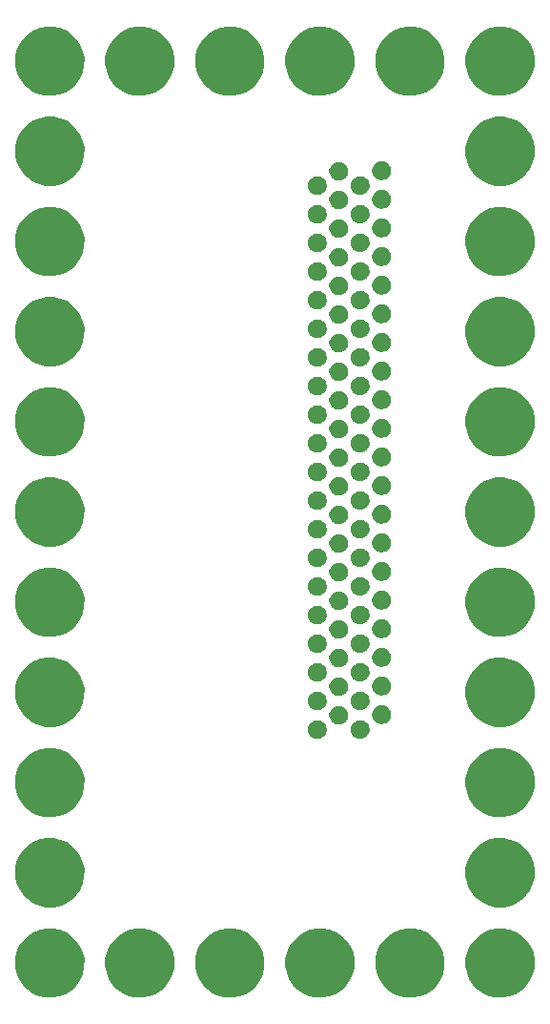
<source format=gbs>
%TF.GenerationSoftware,KiCad,Pcbnew,4.0.7-e2-6376~58~ubuntu16.04.1*%
%TF.CreationDate,2018-02-09T09:37:37-08:00*%
%TF.ProjectId,6x11-Microbit-Breakout,367831312D4D6963726F6269742D4272,1.0*%
%TF.FileFunction,Soldermask,Bot*%
%FSLAX46Y46*%
G04 Gerber Fmt 4.6, Leading zero omitted, Abs format (unit mm)*
G04 Created by KiCad (PCBNEW 4.0.7-e2-6376~58~ubuntu16.04.1) date Fri Feb  9 09:37:37 2018*
%MOMM*%
%LPD*%
G01*
G04 APERTURE LIST*
%ADD10C,0.350000*%
G04 APERTURE END LIST*
D10*
G36*
X73538310Y-105183047D02*
X74129255Y-105304351D01*
X74685398Y-105538132D01*
X75185534Y-105875478D01*
X75610621Y-106303543D01*
X75944466Y-106806021D01*
X76174356Y-107363776D01*
X76291464Y-107955214D01*
X76291464Y-107955224D01*
X76291531Y-107955563D01*
X76281910Y-108644616D01*
X76281833Y-108644954D01*
X76281833Y-108644962D01*
X76148257Y-109232901D01*
X75902885Y-109784016D01*
X75555137Y-110276978D01*
X75118262Y-110693009D01*
X74608900Y-111016261D01*
X74046454Y-111234419D01*
X73452347Y-111339176D01*
X72849203Y-111326542D01*
X72260000Y-111196997D01*
X71707182Y-110955477D01*
X71211807Y-110611182D01*
X70792737Y-110177223D01*
X70465938Y-109670130D01*
X70243856Y-109109214D01*
X70134955Y-108515858D01*
X70143377Y-107912641D01*
X70268806Y-107322547D01*
X70506459Y-106768058D01*
X70847291Y-106270288D01*
X71278312Y-105848200D01*
X71783113Y-105517868D01*
X72342459Y-105291877D01*
X72935045Y-105178836D01*
X73538310Y-105183047D01*
X73538310Y-105183047D01*
G37*
G36*
X65538310Y-105183047D02*
X66129255Y-105304351D01*
X66685398Y-105538132D01*
X67185534Y-105875478D01*
X67610621Y-106303543D01*
X67944466Y-106806021D01*
X68174356Y-107363776D01*
X68291464Y-107955214D01*
X68291464Y-107955224D01*
X68291531Y-107955563D01*
X68281910Y-108644616D01*
X68281833Y-108644954D01*
X68281833Y-108644962D01*
X68148257Y-109232901D01*
X67902885Y-109784016D01*
X67555137Y-110276978D01*
X67118262Y-110693009D01*
X66608900Y-111016261D01*
X66046454Y-111234419D01*
X65452347Y-111339176D01*
X64849203Y-111326542D01*
X64260000Y-111196997D01*
X63707182Y-110955477D01*
X63211807Y-110611182D01*
X62792737Y-110177223D01*
X62465938Y-109670130D01*
X62243856Y-109109214D01*
X62134955Y-108515858D01*
X62143377Y-107912641D01*
X62268806Y-107322547D01*
X62506459Y-106768058D01*
X62847291Y-106270288D01*
X63278312Y-105848200D01*
X63783113Y-105517868D01*
X64342459Y-105291877D01*
X64935045Y-105178836D01*
X65538310Y-105183047D01*
X65538310Y-105183047D01*
G37*
G36*
X57538310Y-105183047D02*
X58129255Y-105304351D01*
X58685398Y-105538132D01*
X59185534Y-105875478D01*
X59610621Y-106303543D01*
X59944466Y-106806021D01*
X60174356Y-107363776D01*
X60291464Y-107955214D01*
X60291464Y-107955224D01*
X60291531Y-107955563D01*
X60281910Y-108644616D01*
X60281833Y-108644954D01*
X60281833Y-108644962D01*
X60148257Y-109232901D01*
X59902885Y-109784016D01*
X59555137Y-110276978D01*
X59118262Y-110693009D01*
X58608900Y-111016261D01*
X58046454Y-111234419D01*
X57452347Y-111339176D01*
X56849203Y-111326542D01*
X56260000Y-111196997D01*
X55707182Y-110955477D01*
X55211807Y-110611182D01*
X54792737Y-110177223D01*
X54465938Y-109670130D01*
X54243856Y-109109214D01*
X54134955Y-108515858D01*
X54143377Y-107912641D01*
X54268806Y-107322547D01*
X54506459Y-106768058D01*
X54847291Y-106270288D01*
X55278312Y-105848200D01*
X55783113Y-105517868D01*
X56342459Y-105291877D01*
X56935045Y-105178836D01*
X57538310Y-105183047D01*
X57538310Y-105183047D01*
G37*
G36*
X97537310Y-105183047D02*
X98128255Y-105304351D01*
X98684398Y-105538132D01*
X99184534Y-105875478D01*
X99609621Y-106303543D01*
X99943466Y-106806021D01*
X100173356Y-107363776D01*
X100290464Y-107955214D01*
X100290464Y-107955224D01*
X100290531Y-107955563D01*
X100280910Y-108644616D01*
X100280833Y-108644954D01*
X100280833Y-108644962D01*
X100147257Y-109232901D01*
X99901885Y-109784016D01*
X99554137Y-110276978D01*
X99117262Y-110693009D01*
X98607900Y-111016261D01*
X98045454Y-111234419D01*
X97451347Y-111339176D01*
X96848203Y-111326542D01*
X96259000Y-111196997D01*
X95706182Y-110955477D01*
X95210807Y-110611182D01*
X94791737Y-110177223D01*
X94464938Y-109670130D01*
X94242856Y-109109214D01*
X94133955Y-108515858D01*
X94142377Y-107912641D01*
X94267806Y-107322547D01*
X94505459Y-106768058D01*
X94846291Y-106270288D01*
X95277312Y-105848200D01*
X95782113Y-105517868D01*
X96341459Y-105291877D01*
X96934045Y-105178836D01*
X97537310Y-105183047D01*
X97537310Y-105183047D01*
G37*
G36*
X81538310Y-105183047D02*
X82129255Y-105304351D01*
X82685398Y-105538132D01*
X83185534Y-105875478D01*
X83610621Y-106303543D01*
X83944466Y-106806021D01*
X84174356Y-107363776D01*
X84291464Y-107955214D01*
X84291464Y-107955224D01*
X84291531Y-107955563D01*
X84281910Y-108644616D01*
X84281833Y-108644954D01*
X84281833Y-108644962D01*
X84148257Y-109232901D01*
X83902885Y-109784016D01*
X83555137Y-110276978D01*
X83118262Y-110693009D01*
X82608900Y-111016261D01*
X82046454Y-111234419D01*
X81452347Y-111339176D01*
X80849203Y-111326542D01*
X80260000Y-111196997D01*
X79707182Y-110955477D01*
X79211807Y-110611182D01*
X78792737Y-110177223D01*
X78465938Y-109670130D01*
X78243856Y-109109214D01*
X78134955Y-108515858D01*
X78143377Y-107912641D01*
X78268806Y-107322547D01*
X78506459Y-106768058D01*
X78847291Y-106270288D01*
X79278312Y-105848200D01*
X79783113Y-105517868D01*
X80342459Y-105291877D01*
X80935045Y-105178836D01*
X81538310Y-105183047D01*
X81538310Y-105183047D01*
G37*
G36*
X89538310Y-105183047D02*
X90129255Y-105304351D01*
X90685398Y-105538132D01*
X91185534Y-105875478D01*
X91610621Y-106303543D01*
X91944466Y-106806021D01*
X92174356Y-107363776D01*
X92291464Y-107955214D01*
X92291464Y-107955224D01*
X92291531Y-107955563D01*
X92281910Y-108644616D01*
X92281833Y-108644954D01*
X92281833Y-108644962D01*
X92148257Y-109232901D01*
X91902885Y-109784016D01*
X91555137Y-110276978D01*
X91118262Y-110693009D01*
X90608900Y-111016261D01*
X90046454Y-111234419D01*
X89452347Y-111339176D01*
X88849203Y-111326542D01*
X88260000Y-111196997D01*
X87707182Y-110955477D01*
X87211807Y-110611182D01*
X86792737Y-110177223D01*
X86465938Y-109670130D01*
X86243856Y-109109214D01*
X86134955Y-108515858D01*
X86143377Y-107912641D01*
X86268806Y-107322547D01*
X86506459Y-106768058D01*
X86847291Y-106270288D01*
X87278312Y-105848200D01*
X87783113Y-105517868D01*
X88342459Y-105291877D01*
X88935045Y-105178836D01*
X89538310Y-105183047D01*
X89538310Y-105183047D01*
G37*
G36*
X97538310Y-97183047D02*
X98129255Y-97304351D01*
X98685398Y-97538132D01*
X99185534Y-97875478D01*
X99610621Y-98303543D01*
X99944466Y-98806021D01*
X100174356Y-99363776D01*
X100291464Y-99955214D01*
X100291464Y-99955224D01*
X100291531Y-99955563D01*
X100281910Y-100644616D01*
X100281833Y-100644954D01*
X100281833Y-100644962D01*
X100148257Y-101232901D01*
X99902885Y-101784016D01*
X99555137Y-102276978D01*
X99118262Y-102693009D01*
X98608900Y-103016261D01*
X98046454Y-103234419D01*
X97452347Y-103339176D01*
X96849203Y-103326542D01*
X96260000Y-103196997D01*
X95707182Y-102955477D01*
X95211807Y-102611182D01*
X94792737Y-102177223D01*
X94465938Y-101670130D01*
X94243856Y-101109214D01*
X94134955Y-100515858D01*
X94143377Y-99912641D01*
X94268806Y-99322547D01*
X94506459Y-98768058D01*
X94847291Y-98270288D01*
X95278312Y-97848200D01*
X95783113Y-97517868D01*
X96342459Y-97291877D01*
X96935045Y-97178836D01*
X97538310Y-97183047D01*
X97538310Y-97183047D01*
G37*
G36*
X57538310Y-97183047D02*
X58129255Y-97304351D01*
X58685398Y-97538132D01*
X59185534Y-97875478D01*
X59610621Y-98303543D01*
X59944466Y-98806021D01*
X60174356Y-99363776D01*
X60291464Y-99955214D01*
X60291464Y-99955224D01*
X60291531Y-99955563D01*
X60281910Y-100644616D01*
X60281833Y-100644954D01*
X60281833Y-100644962D01*
X60148257Y-101232901D01*
X59902885Y-101784016D01*
X59555137Y-102276978D01*
X59118262Y-102693009D01*
X58608900Y-103016261D01*
X58046454Y-103234419D01*
X57452347Y-103339176D01*
X56849203Y-103326542D01*
X56260000Y-103196997D01*
X55707182Y-102955477D01*
X55211807Y-102611182D01*
X54792737Y-102177223D01*
X54465938Y-101670130D01*
X54243856Y-101109214D01*
X54134955Y-100515858D01*
X54143377Y-99912641D01*
X54268806Y-99322547D01*
X54506459Y-98768058D01*
X54847291Y-98270288D01*
X55278312Y-97848200D01*
X55783113Y-97517868D01*
X56342459Y-97291877D01*
X56935045Y-97178836D01*
X57538310Y-97183047D01*
X57538310Y-97183047D01*
G37*
G36*
X57538310Y-89183047D02*
X58129255Y-89304351D01*
X58685398Y-89538132D01*
X59185534Y-89875478D01*
X59610621Y-90303543D01*
X59944466Y-90806021D01*
X60174356Y-91363776D01*
X60291464Y-91955214D01*
X60291464Y-91955224D01*
X60291531Y-91955563D01*
X60281910Y-92644616D01*
X60281833Y-92644954D01*
X60281833Y-92644962D01*
X60148257Y-93232901D01*
X59902885Y-93784016D01*
X59555137Y-94276978D01*
X59118262Y-94693009D01*
X58608900Y-95016261D01*
X58046454Y-95234419D01*
X57452347Y-95339176D01*
X56849203Y-95326542D01*
X56260000Y-95196997D01*
X55707182Y-94955477D01*
X55211807Y-94611182D01*
X54792737Y-94177223D01*
X54465938Y-93670130D01*
X54243856Y-93109214D01*
X54134955Y-92515858D01*
X54143377Y-91912641D01*
X54268806Y-91322547D01*
X54506459Y-90768058D01*
X54847291Y-90270288D01*
X55278312Y-89848200D01*
X55783113Y-89517868D01*
X56342459Y-89291877D01*
X56935045Y-89178836D01*
X57538310Y-89183047D01*
X57538310Y-89183047D01*
G37*
G36*
X97538310Y-89183047D02*
X98129255Y-89304351D01*
X98685398Y-89538132D01*
X99185534Y-89875478D01*
X99610621Y-90303543D01*
X99944466Y-90806021D01*
X100174356Y-91363776D01*
X100291464Y-91955214D01*
X100291464Y-91955224D01*
X100291531Y-91955563D01*
X100281910Y-92644616D01*
X100281833Y-92644954D01*
X100281833Y-92644962D01*
X100148257Y-93232901D01*
X99902885Y-93784016D01*
X99555137Y-94276978D01*
X99118262Y-94693009D01*
X98608900Y-95016261D01*
X98046454Y-95234419D01*
X97452347Y-95339176D01*
X96849203Y-95326542D01*
X96260000Y-95196997D01*
X95707182Y-94955477D01*
X95211807Y-94611182D01*
X94792737Y-94177223D01*
X94465938Y-93670130D01*
X94243856Y-93109214D01*
X94134955Y-92515858D01*
X94143377Y-91912641D01*
X94268806Y-91322547D01*
X94506459Y-90768058D01*
X94847291Y-90270288D01*
X95278312Y-89848200D01*
X95783113Y-89517868D01*
X96342459Y-89291877D01*
X96935045Y-89178836D01*
X97538310Y-89183047D01*
X97538310Y-89183047D01*
G37*
G36*
X81073243Y-86714557D02*
X81234258Y-86747609D01*
X81385801Y-86811311D01*
X81522073Y-86903229D01*
X81637906Y-87019872D01*
X81728868Y-87156782D01*
X81791510Y-87308763D01*
X81823368Y-87469656D01*
X81823368Y-87469666D01*
X81823436Y-87470010D01*
X81820815Y-87657763D01*
X81820737Y-87658106D01*
X81820737Y-87658109D01*
X81784397Y-87818061D01*
X81717540Y-87968225D01*
X81622784Y-88102547D01*
X81503745Y-88215908D01*
X81364953Y-88303988D01*
X81211699Y-88363431D01*
X81049819Y-88391975D01*
X80885473Y-88388532D01*
X80724928Y-88353235D01*
X80574294Y-88287424D01*
X80439318Y-88193613D01*
X80325130Y-88075368D01*
X80236083Y-87937194D01*
X80175569Y-87784353D01*
X80145897Y-87622681D01*
X80148191Y-87458316D01*
X80182369Y-87297526D01*
X80247123Y-87146440D01*
X80339994Y-87010807D01*
X80457437Y-86895798D01*
X80594986Y-86805788D01*
X80747397Y-86744210D01*
X80908862Y-86713409D01*
X81073243Y-86714557D01*
X81073243Y-86714557D01*
G37*
G36*
X84873243Y-86714557D02*
X85034258Y-86747609D01*
X85185801Y-86811311D01*
X85322073Y-86903229D01*
X85437906Y-87019872D01*
X85528868Y-87156782D01*
X85591510Y-87308763D01*
X85623368Y-87469656D01*
X85623368Y-87469666D01*
X85623436Y-87470010D01*
X85620815Y-87657763D01*
X85620737Y-87658106D01*
X85620737Y-87658109D01*
X85584397Y-87818061D01*
X85517540Y-87968225D01*
X85422784Y-88102547D01*
X85303745Y-88215908D01*
X85164953Y-88303988D01*
X85011699Y-88363431D01*
X84849819Y-88391975D01*
X84685473Y-88388532D01*
X84524928Y-88353235D01*
X84374294Y-88287424D01*
X84239318Y-88193613D01*
X84125130Y-88075368D01*
X84036083Y-87937194D01*
X83975569Y-87784353D01*
X83945897Y-87622681D01*
X83948191Y-87458316D01*
X83982369Y-87297526D01*
X84047123Y-87146440D01*
X84139994Y-87010807D01*
X84257437Y-86895798D01*
X84394986Y-86805788D01*
X84547397Y-86744210D01*
X84708862Y-86713409D01*
X84873243Y-86714557D01*
X84873243Y-86714557D01*
G37*
G36*
X97538310Y-81183047D02*
X98129255Y-81304351D01*
X98685398Y-81538132D01*
X99185534Y-81875478D01*
X99610621Y-82303543D01*
X99944466Y-82806021D01*
X100174356Y-83363776D01*
X100291464Y-83955214D01*
X100291464Y-83955224D01*
X100291531Y-83955563D01*
X100281910Y-84644616D01*
X100281833Y-84644954D01*
X100281833Y-84644962D01*
X100148257Y-85232901D01*
X99902885Y-85784016D01*
X99555137Y-86276978D01*
X99118262Y-86693009D01*
X98608900Y-87016261D01*
X98046454Y-87234419D01*
X97452347Y-87339176D01*
X96849203Y-87326542D01*
X96260000Y-87196997D01*
X95707182Y-86955477D01*
X95211807Y-86611182D01*
X94792737Y-86177223D01*
X94465938Y-85670130D01*
X94243856Y-85109214D01*
X94134955Y-84515858D01*
X94143377Y-83912641D01*
X94268806Y-83322547D01*
X94506459Y-82768058D01*
X94847291Y-82270288D01*
X95278312Y-81848200D01*
X95783113Y-81517868D01*
X96342459Y-81291877D01*
X96935045Y-81178836D01*
X97538310Y-81183047D01*
X97538310Y-81183047D01*
G37*
G36*
X57538310Y-81183047D02*
X58129255Y-81304351D01*
X58685398Y-81538132D01*
X59185534Y-81875478D01*
X59610621Y-82303543D01*
X59944466Y-82806021D01*
X60174356Y-83363776D01*
X60291464Y-83955214D01*
X60291464Y-83955224D01*
X60291531Y-83955563D01*
X60281910Y-84644616D01*
X60281833Y-84644954D01*
X60281833Y-84644962D01*
X60148257Y-85232901D01*
X59902885Y-85784016D01*
X59555137Y-86276978D01*
X59118262Y-86693009D01*
X58608900Y-87016261D01*
X58046454Y-87234419D01*
X57452347Y-87339176D01*
X56849203Y-87326542D01*
X56260000Y-87196997D01*
X55707182Y-86955477D01*
X55211807Y-86611182D01*
X54792737Y-86177223D01*
X54465938Y-85670130D01*
X54243856Y-85109214D01*
X54134955Y-84515858D01*
X54143377Y-83912641D01*
X54268806Y-83322547D01*
X54506459Y-82768058D01*
X54847291Y-82270288D01*
X55278312Y-81848200D01*
X55783113Y-81517868D01*
X56342459Y-81291877D01*
X56935045Y-81178836D01*
X57538310Y-81183047D01*
X57538310Y-81183047D01*
G37*
G36*
X82973243Y-85444557D02*
X83134258Y-85477609D01*
X83285801Y-85541311D01*
X83422073Y-85633229D01*
X83537906Y-85749872D01*
X83628868Y-85886782D01*
X83691510Y-86038763D01*
X83723368Y-86199656D01*
X83723368Y-86199666D01*
X83723436Y-86200010D01*
X83720815Y-86387763D01*
X83720737Y-86388106D01*
X83720737Y-86388109D01*
X83684397Y-86548061D01*
X83617540Y-86698225D01*
X83522784Y-86832547D01*
X83403745Y-86945908D01*
X83264953Y-87033988D01*
X83111699Y-87093431D01*
X82949819Y-87121975D01*
X82785473Y-87118532D01*
X82624928Y-87083235D01*
X82474294Y-87017424D01*
X82339318Y-86923613D01*
X82225130Y-86805368D01*
X82136083Y-86667194D01*
X82075569Y-86514353D01*
X82045897Y-86352681D01*
X82048191Y-86188316D01*
X82082369Y-86027526D01*
X82147123Y-85876440D01*
X82239994Y-85740807D01*
X82357437Y-85625798D01*
X82494986Y-85535788D01*
X82647397Y-85474210D01*
X82808862Y-85443409D01*
X82973243Y-85444557D01*
X82973243Y-85444557D01*
G37*
G36*
X86773243Y-85394557D02*
X86934258Y-85427609D01*
X87085801Y-85491311D01*
X87222073Y-85583229D01*
X87337906Y-85699872D01*
X87428868Y-85836782D01*
X87491510Y-85988763D01*
X87523368Y-86149656D01*
X87523368Y-86149666D01*
X87523436Y-86150010D01*
X87520815Y-86337763D01*
X87520737Y-86338106D01*
X87520737Y-86338109D01*
X87484397Y-86498061D01*
X87417540Y-86648225D01*
X87322784Y-86782547D01*
X87203745Y-86895908D01*
X87064953Y-86983988D01*
X86911699Y-87043431D01*
X86749819Y-87071975D01*
X86585473Y-87068532D01*
X86424928Y-87033235D01*
X86274294Y-86967424D01*
X86139318Y-86873613D01*
X86025130Y-86755368D01*
X85936083Y-86617194D01*
X85875569Y-86464353D01*
X85845897Y-86302681D01*
X85848191Y-86138316D01*
X85882369Y-85977526D01*
X85947123Y-85826440D01*
X86039994Y-85690807D01*
X86157437Y-85575798D01*
X86294986Y-85485788D01*
X86447397Y-85424210D01*
X86608862Y-85393409D01*
X86773243Y-85394557D01*
X86773243Y-85394557D01*
G37*
G36*
X81073243Y-84174557D02*
X81234258Y-84207609D01*
X81385801Y-84271311D01*
X81522073Y-84363229D01*
X81637906Y-84479872D01*
X81728868Y-84616782D01*
X81791510Y-84768763D01*
X81823368Y-84929656D01*
X81823368Y-84929666D01*
X81823436Y-84930010D01*
X81820815Y-85117763D01*
X81820737Y-85118106D01*
X81820737Y-85118109D01*
X81784397Y-85278061D01*
X81717540Y-85428225D01*
X81622784Y-85562547D01*
X81503745Y-85675908D01*
X81364953Y-85763988D01*
X81211699Y-85823431D01*
X81049819Y-85851975D01*
X80885473Y-85848532D01*
X80724928Y-85813235D01*
X80574294Y-85747424D01*
X80439318Y-85653613D01*
X80325130Y-85535368D01*
X80236083Y-85397194D01*
X80175569Y-85244353D01*
X80145897Y-85082681D01*
X80148191Y-84918316D01*
X80182369Y-84757526D01*
X80247123Y-84606440D01*
X80339994Y-84470807D01*
X80457437Y-84355798D01*
X80594986Y-84265788D01*
X80747397Y-84204210D01*
X80908862Y-84173409D01*
X81073243Y-84174557D01*
X81073243Y-84174557D01*
G37*
G36*
X84873243Y-84174557D02*
X85034258Y-84207609D01*
X85185801Y-84271311D01*
X85322073Y-84363229D01*
X85437906Y-84479872D01*
X85528868Y-84616782D01*
X85591510Y-84768763D01*
X85623368Y-84929656D01*
X85623368Y-84929666D01*
X85623436Y-84930010D01*
X85620815Y-85117763D01*
X85620737Y-85118106D01*
X85620737Y-85118109D01*
X85584397Y-85278061D01*
X85517540Y-85428225D01*
X85422784Y-85562547D01*
X85303745Y-85675908D01*
X85164953Y-85763988D01*
X85011699Y-85823431D01*
X84849819Y-85851975D01*
X84685473Y-85848532D01*
X84524928Y-85813235D01*
X84374294Y-85747424D01*
X84239318Y-85653613D01*
X84125130Y-85535368D01*
X84036083Y-85397194D01*
X83975569Y-85244353D01*
X83945897Y-85082681D01*
X83948191Y-84918316D01*
X83982369Y-84757526D01*
X84047123Y-84606440D01*
X84139994Y-84470807D01*
X84257437Y-84355798D01*
X84394986Y-84265788D01*
X84547397Y-84204210D01*
X84708862Y-84173409D01*
X84873243Y-84174557D01*
X84873243Y-84174557D01*
G37*
G36*
X82973243Y-82904557D02*
X83134258Y-82937609D01*
X83285801Y-83001311D01*
X83422073Y-83093229D01*
X83537906Y-83209872D01*
X83628868Y-83346782D01*
X83691510Y-83498763D01*
X83723368Y-83659656D01*
X83723368Y-83659666D01*
X83723436Y-83660010D01*
X83720815Y-83847763D01*
X83720737Y-83848106D01*
X83720737Y-83848109D01*
X83684397Y-84008061D01*
X83617540Y-84158225D01*
X83522784Y-84292547D01*
X83403745Y-84405908D01*
X83264953Y-84493988D01*
X83111699Y-84553431D01*
X82949819Y-84581975D01*
X82785473Y-84578532D01*
X82624928Y-84543235D01*
X82474294Y-84477424D01*
X82339318Y-84383613D01*
X82225130Y-84265368D01*
X82136083Y-84127194D01*
X82075569Y-83974353D01*
X82045897Y-83812681D01*
X82048191Y-83648316D01*
X82082369Y-83487526D01*
X82147123Y-83336440D01*
X82239994Y-83200807D01*
X82357437Y-83085798D01*
X82494986Y-82995788D01*
X82647397Y-82934210D01*
X82808862Y-82903409D01*
X82973243Y-82904557D01*
X82973243Y-82904557D01*
G37*
G36*
X86773243Y-82854557D02*
X86934258Y-82887609D01*
X87085801Y-82951311D01*
X87222073Y-83043229D01*
X87337906Y-83159872D01*
X87428868Y-83296782D01*
X87491510Y-83448763D01*
X87523368Y-83609656D01*
X87523368Y-83609666D01*
X87523436Y-83610010D01*
X87520815Y-83797763D01*
X87520737Y-83798106D01*
X87520737Y-83798109D01*
X87484397Y-83958061D01*
X87417540Y-84108225D01*
X87322784Y-84242547D01*
X87203745Y-84355908D01*
X87064953Y-84443988D01*
X86911699Y-84503431D01*
X86749819Y-84531975D01*
X86585473Y-84528532D01*
X86424928Y-84493235D01*
X86274294Y-84427424D01*
X86139318Y-84333613D01*
X86025130Y-84215368D01*
X85936083Y-84077194D01*
X85875569Y-83924353D01*
X85845897Y-83762681D01*
X85848191Y-83598316D01*
X85882369Y-83437526D01*
X85947123Y-83286440D01*
X86039994Y-83150807D01*
X86157437Y-83035798D01*
X86294986Y-82945788D01*
X86447397Y-82884210D01*
X86608862Y-82853409D01*
X86773243Y-82854557D01*
X86773243Y-82854557D01*
G37*
G36*
X84873243Y-81634557D02*
X85034258Y-81667609D01*
X85185801Y-81731311D01*
X85322073Y-81823229D01*
X85437906Y-81939872D01*
X85528868Y-82076782D01*
X85591510Y-82228763D01*
X85623368Y-82389656D01*
X85623368Y-82389666D01*
X85623436Y-82390010D01*
X85620815Y-82577763D01*
X85620737Y-82578106D01*
X85620737Y-82578109D01*
X85584397Y-82738061D01*
X85517540Y-82888225D01*
X85422784Y-83022547D01*
X85303745Y-83135908D01*
X85164953Y-83223988D01*
X85011699Y-83283431D01*
X84849819Y-83311975D01*
X84685473Y-83308532D01*
X84524928Y-83273235D01*
X84374294Y-83207424D01*
X84239318Y-83113613D01*
X84125130Y-82995368D01*
X84036083Y-82857194D01*
X83975569Y-82704353D01*
X83945897Y-82542681D01*
X83948191Y-82378316D01*
X83982369Y-82217526D01*
X84047123Y-82066440D01*
X84139994Y-81930807D01*
X84257437Y-81815798D01*
X84394986Y-81725788D01*
X84547397Y-81664210D01*
X84708862Y-81633409D01*
X84873243Y-81634557D01*
X84873243Y-81634557D01*
G37*
G36*
X81073243Y-81634557D02*
X81234258Y-81667609D01*
X81385801Y-81731311D01*
X81522073Y-81823229D01*
X81637906Y-81939872D01*
X81728868Y-82076782D01*
X81791510Y-82228763D01*
X81823368Y-82389656D01*
X81823368Y-82389666D01*
X81823436Y-82390010D01*
X81820815Y-82577763D01*
X81820737Y-82578106D01*
X81820737Y-82578109D01*
X81784397Y-82738061D01*
X81717540Y-82888225D01*
X81622784Y-83022547D01*
X81503745Y-83135908D01*
X81364953Y-83223988D01*
X81211699Y-83283431D01*
X81049819Y-83311975D01*
X80885473Y-83308532D01*
X80724928Y-83273235D01*
X80574294Y-83207424D01*
X80439318Y-83113613D01*
X80325130Y-82995368D01*
X80236083Y-82857194D01*
X80175569Y-82704353D01*
X80145897Y-82542681D01*
X80148191Y-82378316D01*
X80182369Y-82217526D01*
X80247123Y-82066440D01*
X80339994Y-81930807D01*
X80457437Y-81815798D01*
X80594986Y-81725788D01*
X80747397Y-81664210D01*
X80908862Y-81633409D01*
X81073243Y-81634557D01*
X81073243Y-81634557D01*
G37*
G36*
X82973243Y-80364557D02*
X83134258Y-80397609D01*
X83285801Y-80461311D01*
X83422073Y-80553229D01*
X83537906Y-80669872D01*
X83628868Y-80806782D01*
X83691510Y-80958763D01*
X83723368Y-81119656D01*
X83723368Y-81119666D01*
X83723436Y-81120010D01*
X83720815Y-81307763D01*
X83720737Y-81308106D01*
X83720737Y-81308109D01*
X83684397Y-81468061D01*
X83617540Y-81618225D01*
X83522784Y-81752547D01*
X83403745Y-81865908D01*
X83264953Y-81953988D01*
X83111699Y-82013431D01*
X82949819Y-82041975D01*
X82785473Y-82038532D01*
X82624928Y-82003235D01*
X82474294Y-81937424D01*
X82339318Y-81843613D01*
X82225130Y-81725368D01*
X82136083Y-81587194D01*
X82075569Y-81434353D01*
X82045897Y-81272681D01*
X82048191Y-81108316D01*
X82082369Y-80947526D01*
X82147123Y-80796440D01*
X82239994Y-80660807D01*
X82357437Y-80545798D01*
X82494986Y-80455788D01*
X82647397Y-80394210D01*
X82808862Y-80363409D01*
X82973243Y-80364557D01*
X82973243Y-80364557D01*
G37*
G36*
X86773243Y-80314557D02*
X86934258Y-80347609D01*
X87085801Y-80411311D01*
X87222073Y-80503229D01*
X87337906Y-80619872D01*
X87428868Y-80756782D01*
X87491510Y-80908763D01*
X87523368Y-81069656D01*
X87523368Y-81069666D01*
X87523436Y-81070010D01*
X87520815Y-81257763D01*
X87520737Y-81258106D01*
X87520737Y-81258109D01*
X87484397Y-81418061D01*
X87417540Y-81568225D01*
X87322784Y-81702547D01*
X87203745Y-81815908D01*
X87064953Y-81903988D01*
X86911699Y-81963431D01*
X86749819Y-81991975D01*
X86585473Y-81988532D01*
X86424928Y-81953235D01*
X86274294Y-81887424D01*
X86139318Y-81793613D01*
X86025130Y-81675368D01*
X85936083Y-81537194D01*
X85875569Y-81384353D01*
X85845897Y-81222681D01*
X85848191Y-81058316D01*
X85882369Y-80897526D01*
X85947123Y-80746440D01*
X86039994Y-80610807D01*
X86157437Y-80495798D01*
X86294986Y-80405788D01*
X86447397Y-80344210D01*
X86608862Y-80313409D01*
X86773243Y-80314557D01*
X86773243Y-80314557D01*
G37*
G36*
X81073243Y-79094557D02*
X81234258Y-79127609D01*
X81385801Y-79191311D01*
X81522073Y-79283229D01*
X81637906Y-79399872D01*
X81728868Y-79536782D01*
X81791510Y-79688763D01*
X81823368Y-79849656D01*
X81823368Y-79849666D01*
X81823436Y-79850010D01*
X81820815Y-80037763D01*
X81820737Y-80038106D01*
X81820737Y-80038109D01*
X81784397Y-80198061D01*
X81717540Y-80348225D01*
X81622784Y-80482547D01*
X81503745Y-80595908D01*
X81364953Y-80683988D01*
X81211699Y-80743431D01*
X81049819Y-80771975D01*
X80885473Y-80768532D01*
X80724928Y-80733235D01*
X80574294Y-80667424D01*
X80439318Y-80573613D01*
X80325130Y-80455368D01*
X80236083Y-80317194D01*
X80175569Y-80164353D01*
X80145897Y-80002681D01*
X80148191Y-79838316D01*
X80182369Y-79677526D01*
X80247123Y-79526440D01*
X80339994Y-79390807D01*
X80457437Y-79275798D01*
X80594986Y-79185788D01*
X80747397Y-79124210D01*
X80908862Y-79093409D01*
X81073243Y-79094557D01*
X81073243Y-79094557D01*
G37*
G36*
X84873243Y-79094557D02*
X85034258Y-79127609D01*
X85185801Y-79191311D01*
X85322073Y-79283229D01*
X85437906Y-79399872D01*
X85528868Y-79536782D01*
X85591510Y-79688763D01*
X85623368Y-79849656D01*
X85623368Y-79849666D01*
X85623436Y-79850010D01*
X85620815Y-80037763D01*
X85620737Y-80038106D01*
X85620737Y-80038109D01*
X85584397Y-80198061D01*
X85517540Y-80348225D01*
X85422784Y-80482547D01*
X85303745Y-80595908D01*
X85164953Y-80683988D01*
X85011699Y-80743431D01*
X84849819Y-80771975D01*
X84685473Y-80768532D01*
X84524928Y-80733235D01*
X84374294Y-80667424D01*
X84239318Y-80573613D01*
X84125130Y-80455368D01*
X84036083Y-80317194D01*
X83975569Y-80164353D01*
X83945897Y-80002681D01*
X83948191Y-79838316D01*
X83982369Y-79677526D01*
X84047123Y-79526440D01*
X84139994Y-79390807D01*
X84257437Y-79275798D01*
X84394986Y-79185788D01*
X84547397Y-79124210D01*
X84708862Y-79093409D01*
X84873243Y-79094557D01*
X84873243Y-79094557D01*
G37*
G36*
X82973243Y-77824557D02*
X83134258Y-77857609D01*
X83285801Y-77921311D01*
X83422073Y-78013229D01*
X83537906Y-78129872D01*
X83628868Y-78266782D01*
X83691510Y-78418763D01*
X83723368Y-78579656D01*
X83723368Y-78579666D01*
X83723436Y-78580010D01*
X83720815Y-78767763D01*
X83720737Y-78768106D01*
X83720737Y-78768109D01*
X83684397Y-78928061D01*
X83617540Y-79078225D01*
X83522784Y-79212547D01*
X83403745Y-79325908D01*
X83264953Y-79413988D01*
X83111699Y-79473431D01*
X82949819Y-79501975D01*
X82785473Y-79498532D01*
X82624928Y-79463235D01*
X82474294Y-79397424D01*
X82339318Y-79303613D01*
X82225130Y-79185368D01*
X82136083Y-79047194D01*
X82075569Y-78894353D01*
X82045897Y-78732681D01*
X82048191Y-78568316D01*
X82082369Y-78407526D01*
X82147123Y-78256440D01*
X82239994Y-78120807D01*
X82357437Y-78005798D01*
X82494986Y-77915788D01*
X82647397Y-77854210D01*
X82808862Y-77823409D01*
X82973243Y-77824557D01*
X82973243Y-77824557D01*
G37*
G36*
X86773243Y-77774557D02*
X86934258Y-77807609D01*
X87085801Y-77871311D01*
X87222073Y-77963229D01*
X87337906Y-78079872D01*
X87428868Y-78216782D01*
X87491510Y-78368763D01*
X87523368Y-78529656D01*
X87523368Y-78529666D01*
X87523436Y-78530010D01*
X87520815Y-78717763D01*
X87520737Y-78718106D01*
X87520737Y-78718109D01*
X87484397Y-78878061D01*
X87417540Y-79028225D01*
X87322784Y-79162547D01*
X87203745Y-79275908D01*
X87064953Y-79363988D01*
X86911699Y-79423431D01*
X86749819Y-79451975D01*
X86585473Y-79448532D01*
X86424928Y-79413235D01*
X86274294Y-79347424D01*
X86139318Y-79253613D01*
X86025130Y-79135368D01*
X85936083Y-78997194D01*
X85875569Y-78844353D01*
X85845897Y-78682681D01*
X85848191Y-78518316D01*
X85882369Y-78357526D01*
X85947123Y-78206440D01*
X86039994Y-78070807D01*
X86157437Y-77955798D01*
X86294986Y-77865788D01*
X86447397Y-77804210D01*
X86608862Y-77773409D01*
X86773243Y-77774557D01*
X86773243Y-77774557D01*
G37*
G36*
X57538310Y-73183047D02*
X58129255Y-73304351D01*
X58685398Y-73538132D01*
X59185534Y-73875478D01*
X59610621Y-74303543D01*
X59944466Y-74806021D01*
X60174356Y-75363776D01*
X60291464Y-75955214D01*
X60291464Y-75955224D01*
X60291531Y-75955563D01*
X60281910Y-76644616D01*
X60281833Y-76644954D01*
X60281833Y-76644962D01*
X60148257Y-77232901D01*
X59902885Y-77784016D01*
X59555137Y-78276978D01*
X59118262Y-78693009D01*
X58608900Y-79016261D01*
X58046454Y-79234419D01*
X57452347Y-79339176D01*
X56849203Y-79326542D01*
X56260000Y-79196997D01*
X55707182Y-78955477D01*
X55211807Y-78611182D01*
X54792737Y-78177223D01*
X54465938Y-77670130D01*
X54243856Y-77109214D01*
X54134955Y-76515858D01*
X54143377Y-75912641D01*
X54268806Y-75322547D01*
X54506459Y-74768058D01*
X54847291Y-74270288D01*
X55278312Y-73848200D01*
X55783113Y-73517868D01*
X56342459Y-73291877D01*
X56935045Y-73178836D01*
X57538310Y-73183047D01*
X57538310Y-73183047D01*
G37*
G36*
X97537310Y-73183047D02*
X98128255Y-73304351D01*
X98684398Y-73538132D01*
X99184534Y-73875478D01*
X99609621Y-74303543D01*
X99943466Y-74806021D01*
X100173356Y-75363776D01*
X100290464Y-75955214D01*
X100290464Y-75955224D01*
X100290531Y-75955563D01*
X100280910Y-76644616D01*
X100280833Y-76644954D01*
X100280833Y-76644962D01*
X100147257Y-77232901D01*
X99901885Y-77784016D01*
X99554137Y-78276978D01*
X99117262Y-78693009D01*
X98607900Y-79016261D01*
X98045454Y-79234419D01*
X97451347Y-79339176D01*
X96848203Y-79326542D01*
X96259000Y-79196997D01*
X95706182Y-78955477D01*
X95210807Y-78611182D01*
X94791737Y-78177223D01*
X94464938Y-77670130D01*
X94242856Y-77109214D01*
X94133955Y-76515858D01*
X94142377Y-75912641D01*
X94267806Y-75322547D01*
X94505459Y-74768058D01*
X94846291Y-74270288D01*
X95277312Y-73848200D01*
X95782113Y-73517868D01*
X96341459Y-73291877D01*
X96934045Y-73178836D01*
X97537310Y-73183047D01*
X97537310Y-73183047D01*
G37*
G36*
X81073243Y-76554557D02*
X81234258Y-76587609D01*
X81385801Y-76651311D01*
X81522073Y-76743229D01*
X81637906Y-76859872D01*
X81728868Y-76996782D01*
X81791510Y-77148763D01*
X81823368Y-77309656D01*
X81823368Y-77309666D01*
X81823436Y-77310010D01*
X81820815Y-77497763D01*
X81820737Y-77498106D01*
X81820737Y-77498109D01*
X81784397Y-77658061D01*
X81717540Y-77808225D01*
X81622784Y-77942547D01*
X81503745Y-78055908D01*
X81364953Y-78143988D01*
X81211699Y-78203431D01*
X81049819Y-78231975D01*
X80885473Y-78228532D01*
X80724928Y-78193235D01*
X80574294Y-78127424D01*
X80439318Y-78033613D01*
X80325130Y-77915368D01*
X80236083Y-77777194D01*
X80175569Y-77624353D01*
X80145897Y-77462681D01*
X80148191Y-77298316D01*
X80182369Y-77137526D01*
X80247123Y-76986440D01*
X80339994Y-76850807D01*
X80457437Y-76735798D01*
X80594986Y-76645788D01*
X80747397Y-76584210D01*
X80908862Y-76553409D01*
X81073243Y-76554557D01*
X81073243Y-76554557D01*
G37*
G36*
X84873243Y-76554557D02*
X85034258Y-76587609D01*
X85185801Y-76651311D01*
X85322073Y-76743229D01*
X85437906Y-76859872D01*
X85528868Y-76996782D01*
X85591510Y-77148763D01*
X85623368Y-77309656D01*
X85623368Y-77309666D01*
X85623436Y-77310010D01*
X85620815Y-77497763D01*
X85620737Y-77498106D01*
X85620737Y-77498109D01*
X85584397Y-77658061D01*
X85517540Y-77808225D01*
X85422784Y-77942547D01*
X85303745Y-78055908D01*
X85164953Y-78143988D01*
X85011699Y-78203431D01*
X84849819Y-78231975D01*
X84685473Y-78228532D01*
X84524928Y-78193235D01*
X84374294Y-78127424D01*
X84239318Y-78033613D01*
X84125130Y-77915368D01*
X84036083Y-77777194D01*
X83975569Y-77624353D01*
X83945897Y-77462681D01*
X83948191Y-77298316D01*
X83982369Y-77137526D01*
X84047123Y-76986440D01*
X84139994Y-76850807D01*
X84257437Y-76735798D01*
X84394986Y-76645788D01*
X84547397Y-76584210D01*
X84708862Y-76553409D01*
X84873243Y-76554557D01*
X84873243Y-76554557D01*
G37*
G36*
X82973243Y-75284557D02*
X83134258Y-75317609D01*
X83285801Y-75381311D01*
X83422073Y-75473229D01*
X83537906Y-75589872D01*
X83628868Y-75726782D01*
X83691510Y-75878763D01*
X83723368Y-76039656D01*
X83723368Y-76039666D01*
X83723436Y-76040010D01*
X83720815Y-76227763D01*
X83720737Y-76228106D01*
X83720737Y-76228109D01*
X83684397Y-76388061D01*
X83617540Y-76538225D01*
X83522784Y-76672547D01*
X83403745Y-76785908D01*
X83264953Y-76873988D01*
X83111699Y-76933431D01*
X82949819Y-76961975D01*
X82785473Y-76958532D01*
X82624928Y-76923235D01*
X82474294Y-76857424D01*
X82339318Y-76763613D01*
X82225130Y-76645368D01*
X82136083Y-76507194D01*
X82075569Y-76354353D01*
X82045897Y-76192681D01*
X82048191Y-76028316D01*
X82082369Y-75867526D01*
X82147123Y-75716440D01*
X82239994Y-75580807D01*
X82357437Y-75465798D01*
X82494986Y-75375788D01*
X82647397Y-75314210D01*
X82808862Y-75283409D01*
X82973243Y-75284557D01*
X82973243Y-75284557D01*
G37*
G36*
X86773243Y-75234557D02*
X86934258Y-75267609D01*
X87085801Y-75331311D01*
X87222073Y-75423229D01*
X87337906Y-75539872D01*
X87428868Y-75676782D01*
X87491510Y-75828763D01*
X87523368Y-75989656D01*
X87523368Y-75989666D01*
X87523436Y-75990010D01*
X87520815Y-76177763D01*
X87520737Y-76178106D01*
X87520737Y-76178109D01*
X87484397Y-76338061D01*
X87417540Y-76488225D01*
X87322784Y-76622547D01*
X87203745Y-76735908D01*
X87064953Y-76823988D01*
X86911699Y-76883431D01*
X86749819Y-76911975D01*
X86585473Y-76908532D01*
X86424928Y-76873235D01*
X86274294Y-76807424D01*
X86139318Y-76713613D01*
X86025130Y-76595368D01*
X85936083Y-76457194D01*
X85875569Y-76304353D01*
X85845897Y-76142681D01*
X85848191Y-75978316D01*
X85882369Y-75817526D01*
X85947123Y-75666440D01*
X86039994Y-75530807D01*
X86157437Y-75415798D01*
X86294986Y-75325788D01*
X86447397Y-75264210D01*
X86608862Y-75233409D01*
X86773243Y-75234557D01*
X86773243Y-75234557D01*
G37*
G36*
X84873243Y-74014557D02*
X85034258Y-74047609D01*
X85185801Y-74111311D01*
X85322073Y-74203229D01*
X85437906Y-74319872D01*
X85528868Y-74456782D01*
X85591510Y-74608763D01*
X85623368Y-74769656D01*
X85623368Y-74769666D01*
X85623436Y-74770010D01*
X85620815Y-74957763D01*
X85620737Y-74958106D01*
X85620737Y-74958109D01*
X85584397Y-75118061D01*
X85517540Y-75268225D01*
X85422784Y-75402547D01*
X85303745Y-75515908D01*
X85164953Y-75603988D01*
X85011699Y-75663431D01*
X84849819Y-75691975D01*
X84685473Y-75688532D01*
X84524928Y-75653235D01*
X84374294Y-75587424D01*
X84239318Y-75493613D01*
X84125130Y-75375368D01*
X84036083Y-75237194D01*
X83975569Y-75084353D01*
X83945897Y-74922681D01*
X83948191Y-74758316D01*
X83982369Y-74597526D01*
X84047123Y-74446440D01*
X84139994Y-74310807D01*
X84257437Y-74195798D01*
X84394986Y-74105788D01*
X84547397Y-74044210D01*
X84708862Y-74013409D01*
X84873243Y-74014557D01*
X84873243Y-74014557D01*
G37*
G36*
X81073243Y-74014557D02*
X81234258Y-74047609D01*
X81385801Y-74111311D01*
X81522073Y-74203229D01*
X81637906Y-74319872D01*
X81728868Y-74456782D01*
X81791510Y-74608763D01*
X81823368Y-74769656D01*
X81823368Y-74769666D01*
X81823436Y-74770010D01*
X81820815Y-74957763D01*
X81820737Y-74958106D01*
X81820737Y-74958109D01*
X81784397Y-75118061D01*
X81717540Y-75268225D01*
X81622784Y-75402547D01*
X81503745Y-75515908D01*
X81364953Y-75603988D01*
X81211699Y-75663431D01*
X81049819Y-75691975D01*
X80885473Y-75688532D01*
X80724928Y-75653235D01*
X80574294Y-75587424D01*
X80439318Y-75493613D01*
X80325130Y-75375368D01*
X80236083Y-75237194D01*
X80175569Y-75084353D01*
X80145897Y-74922681D01*
X80148191Y-74758316D01*
X80182369Y-74597526D01*
X80247123Y-74446440D01*
X80339994Y-74310807D01*
X80457437Y-74195798D01*
X80594986Y-74105788D01*
X80747397Y-74044210D01*
X80908862Y-74013409D01*
X81073243Y-74014557D01*
X81073243Y-74014557D01*
G37*
G36*
X82973243Y-72744557D02*
X83134258Y-72777609D01*
X83285801Y-72841311D01*
X83422073Y-72933229D01*
X83537906Y-73049872D01*
X83628868Y-73186782D01*
X83691510Y-73338763D01*
X83723368Y-73499656D01*
X83723368Y-73499666D01*
X83723436Y-73500010D01*
X83720815Y-73687763D01*
X83720737Y-73688106D01*
X83720737Y-73688109D01*
X83684397Y-73848061D01*
X83617540Y-73998225D01*
X83522784Y-74132547D01*
X83403745Y-74245908D01*
X83264953Y-74333988D01*
X83111699Y-74393431D01*
X82949819Y-74421975D01*
X82785473Y-74418532D01*
X82624928Y-74383235D01*
X82474294Y-74317424D01*
X82339318Y-74223613D01*
X82225130Y-74105368D01*
X82136083Y-73967194D01*
X82075569Y-73814353D01*
X82045897Y-73652681D01*
X82048191Y-73488316D01*
X82082369Y-73327526D01*
X82147123Y-73176440D01*
X82239994Y-73040807D01*
X82357437Y-72925798D01*
X82494986Y-72835788D01*
X82647397Y-72774210D01*
X82808862Y-72743409D01*
X82973243Y-72744557D01*
X82973243Y-72744557D01*
G37*
G36*
X86773243Y-72694557D02*
X86934258Y-72727609D01*
X87085801Y-72791311D01*
X87222073Y-72883229D01*
X87337906Y-72999872D01*
X87428868Y-73136782D01*
X87491510Y-73288763D01*
X87523368Y-73449656D01*
X87523368Y-73449666D01*
X87523436Y-73450010D01*
X87520815Y-73637763D01*
X87520737Y-73638106D01*
X87520737Y-73638109D01*
X87484397Y-73798061D01*
X87417540Y-73948225D01*
X87322784Y-74082547D01*
X87203745Y-74195908D01*
X87064953Y-74283988D01*
X86911699Y-74343431D01*
X86749819Y-74371975D01*
X86585473Y-74368532D01*
X86424928Y-74333235D01*
X86274294Y-74267424D01*
X86139318Y-74173613D01*
X86025130Y-74055368D01*
X85936083Y-73917194D01*
X85875569Y-73764353D01*
X85845897Y-73602681D01*
X85848191Y-73438316D01*
X85882369Y-73277526D01*
X85947123Y-73126440D01*
X86039994Y-72990807D01*
X86157437Y-72875798D01*
X86294986Y-72785788D01*
X86447397Y-72724210D01*
X86608862Y-72693409D01*
X86773243Y-72694557D01*
X86773243Y-72694557D01*
G37*
G36*
X81073243Y-71474557D02*
X81234258Y-71507609D01*
X81385801Y-71571311D01*
X81522073Y-71663229D01*
X81637906Y-71779872D01*
X81728868Y-71916782D01*
X81791510Y-72068763D01*
X81823368Y-72229656D01*
X81823368Y-72229666D01*
X81823436Y-72230010D01*
X81820815Y-72417763D01*
X81820737Y-72418106D01*
X81820737Y-72418109D01*
X81784397Y-72578061D01*
X81717540Y-72728225D01*
X81622784Y-72862547D01*
X81503745Y-72975908D01*
X81364953Y-73063988D01*
X81211699Y-73123431D01*
X81049819Y-73151975D01*
X80885473Y-73148532D01*
X80724928Y-73113235D01*
X80574294Y-73047424D01*
X80439318Y-72953613D01*
X80325130Y-72835368D01*
X80236083Y-72697194D01*
X80175569Y-72544353D01*
X80145897Y-72382681D01*
X80148191Y-72218316D01*
X80182369Y-72057526D01*
X80247123Y-71906440D01*
X80339994Y-71770807D01*
X80457437Y-71655798D01*
X80594986Y-71565788D01*
X80747397Y-71504210D01*
X80908862Y-71473409D01*
X81073243Y-71474557D01*
X81073243Y-71474557D01*
G37*
G36*
X84873243Y-71474557D02*
X85034258Y-71507609D01*
X85185801Y-71571311D01*
X85322073Y-71663229D01*
X85437906Y-71779872D01*
X85528868Y-71916782D01*
X85591510Y-72068763D01*
X85623368Y-72229656D01*
X85623368Y-72229666D01*
X85623436Y-72230010D01*
X85620815Y-72417763D01*
X85620737Y-72418106D01*
X85620737Y-72418109D01*
X85584397Y-72578061D01*
X85517540Y-72728225D01*
X85422784Y-72862547D01*
X85303745Y-72975908D01*
X85164953Y-73063988D01*
X85011699Y-73123431D01*
X84849819Y-73151975D01*
X84685473Y-73148532D01*
X84524928Y-73113235D01*
X84374294Y-73047424D01*
X84239318Y-72953613D01*
X84125130Y-72835368D01*
X84036083Y-72697194D01*
X83975569Y-72544353D01*
X83945897Y-72382681D01*
X83948191Y-72218316D01*
X83982369Y-72057526D01*
X84047123Y-71906440D01*
X84139994Y-71770807D01*
X84257437Y-71655798D01*
X84394986Y-71565788D01*
X84547397Y-71504210D01*
X84708862Y-71473409D01*
X84873243Y-71474557D01*
X84873243Y-71474557D01*
G37*
G36*
X82973243Y-70204557D02*
X83134258Y-70237609D01*
X83285801Y-70301311D01*
X83422073Y-70393229D01*
X83537906Y-70509872D01*
X83628868Y-70646782D01*
X83691510Y-70798763D01*
X83723368Y-70959656D01*
X83723368Y-70959666D01*
X83723436Y-70960010D01*
X83720815Y-71147763D01*
X83720737Y-71148106D01*
X83720737Y-71148109D01*
X83684397Y-71308061D01*
X83617540Y-71458225D01*
X83522784Y-71592547D01*
X83403745Y-71705908D01*
X83264953Y-71793988D01*
X83111699Y-71853431D01*
X82949819Y-71881975D01*
X82785473Y-71878532D01*
X82624928Y-71843235D01*
X82474294Y-71777424D01*
X82339318Y-71683613D01*
X82225130Y-71565368D01*
X82136083Y-71427194D01*
X82075569Y-71274353D01*
X82045897Y-71112681D01*
X82048191Y-70948316D01*
X82082369Y-70787526D01*
X82147123Y-70636440D01*
X82239994Y-70500807D01*
X82357437Y-70385798D01*
X82494986Y-70295788D01*
X82647397Y-70234210D01*
X82808862Y-70203409D01*
X82973243Y-70204557D01*
X82973243Y-70204557D01*
G37*
G36*
X86773243Y-70154557D02*
X86934258Y-70187609D01*
X87085801Y-70251311D01*
X87222073Y-70343229D01*
X87337906Y-70459872D01*
X87428868Y-70596782D01*
X87491510Y-70748763D01*
X87523368Y-70909656D01*
X87523368Y-70909666D01*
X87523436Y-70910010D01*
X87520815Y-71097763D01*
X87520737Y-71098106D01*
X87520737Y-71098109D01*
X87484397Y-71258061D01*
X87417540Y-71408225D01*
X87322784Y-71542547D01*
X87203745Y-71655908D01*
X87064953Y-71743988D01*
X86911699Y-71803431D01*
X86749819Y-71831975D01*
X86585473Y-71828532D01*
X86424928Y-71793235D01*
X86274294Y-71727424D01*
X86139318Y-71633613D01*
X86025130Y-71515368D01*
X85936083Y-71377194D01*
X85875569Y-71224353D01*
X85845897Y-71062681D01*
X85848191Y-70898316D01*
X85882369Y-70737526D01*
X85947123Y-70586440D01*
X86039994Y-70450807D01*
X86157437Y-70335798D01*
X86294986Y-70245788D01*
X86447397Y-70184210D01*
X86608862Y-70153409D01*
X86773243Y-70154557D01*
X86773243Y-70154557D01*
G37*
G36*
X97538310Y-65183047D02*
X98129255Y-65304351D01*
X98685398Y-65538132D01*
X99185534Y-65875478D01*
X99610621Y-66303543D01*
X99944466Y-66806021D01*
X100174356Y-67363776D01*
X100291464Y-67955214D01*
X100291464Y-67955224D01*
X100291531Y-67955563D01*
X100281910Y-68644616D01*
X100281833Y-68644954D01*
X100281833Y-68644962D01*
X100148257Y-69232901D01*
X99902885Y-69784016D01*
X99555137Y-70276978D01*
X99118262Y-70693009D01*
X98608900Y-71016261D01*
X98046454Y-71234419D01*
X97452347Y-71339176D01*
X96849203Y-71326542D01*
X96260000Y-71196997D01*
X95707182Y-70955477D01*
X95211807Y-70611182D01*
X94792737Y-70177223D01*
X94465938Y-69670130D01*
X94243856Y-69109214D01*
X94134955Y-68515858D01*
X94143377Y-67912641D01*
X94268806Y-67322547D01*
X94506459Y-66768058D01*
X94847291Y-66270288D01*
X95278312Y-65848200D01*
X95783113Y-65517868D01*
X96342459Y-65291877D01*
X96935045Y-65178836D01*
X97538310Y-65183047D01*
X97538310Y-65183047D01*
G37*
G36*
X57538310Y-65183047D02*
X58129255Y-65304351D01*
X58685398Y-65538132D01*
X59185534Y-65875478D01*
X59610621Y-66303543D01*
X59944466Y-66806021D01*
X60174356Y-67363776D01*
X60291464Y-67955214D01*
X60291464Y-67955224D01*
X60291531Y-67955563D01*
X60281910Y-68644616D01*
X60281833Y-68644954D01*
X60281833Y-68644962D01*
X60148257Y-69232901D01*
X59902885Y-69784016D01*
X59555137Y-70276978D01*
X59118262Y-70693009D01*
X58608900Y-71016261D01*
X58046454Y-71234419D01*
X57452347Y-71339176D01*
X56849203Y-71326542D01*
X56260000Y-71196997D01*
X55707182Y-70955477D01*
X55211807Y-70611182D01*
X54792737Y-70177223D01*
X54465938Y-69670130D01*
X54243856Y-69109214D01*
X54134955Y-68515858D01*
X54143377Y-67912641D01*
X54268806Y-67322547D01*
X54506459Y-66768058D01*
X54847291Y-66270288D01*
X55278312Y-65848200D01*
X55783113Y-65517868D01*
X56342459Y-65291877D01*
X56935045Y-65178836D01*
X57538310Y-65183047D01*
X57538310Y-65183047D01*
G37*
G36*
X81073243Y-68934557D02*
X81234258Y-68967609D01*
X81385801Y-69031311D01*
X81522073Y-69123229D01*
X81637906Y-69239872D01*
X81728868Y-69376782D01*
X81791510Y-69528763D01*
X81823368Y-69689656D01*
X81823368Y-69689666D01*
X81823436Y-69690010D01*
X81820815Y-69877763D01*
X81820737Y-69878106D01*
X81820737Y-69878109D01*
X81784397Y-70038061D01*
X81717540Y-70188225D01*
X81622784Y-70322547D01*
X81503745Y-70435908D01*
X81364953Y-70523988D01*
X81211699Y-70583431D01*
X81049819Y-70611975D01*
X80885473Y-70608532D01*
X80724928Y-70573235D01*
X80574294Y-70507424D01*
X80439318Y-70413613D01*
X80325130Y-70295368D01*
X80236083Y-70157194D01*
X80175569Y-70004353D01*
X80145897Y-69842681D01*
X80148191Y-69678316D01*
X80182369Y-69517526D01*
X80247123Y-69366440D01*
X80339994Y-69230807D01*
X80457437Y-69115798D01*
X80594986Y-69025788D01*
X80747397Y-68964210D01*
X80908862Y-68933409D01*
X81073243Y-68934557D01*
X81073243Y-68934557D01*
G37*
G36*
X84873243Y-68934557D02*
X85034258Y-68967609D01*
X85185801Y-69031311D01*
X85322073Y-69123229D01*
X85437906Y-69239872D01*
X85528868Y-69376782D01*
X85591510Y-69528763D01*
X85623368Y-69689656D01*
X85623368Y-69689666D01*
X85623436Y-69690010D01*
X85620815Y-69877763D01*
X85620737Y-69878106D01*
X85620737Y-69878109D01*
X85584397Y-70038061D01*
X85517540Y-70188225D01*
X85422784Y-70322547D01*
X85303745Y-70435908D01*
X85164953Y-70523988D01*
X85011699Y-70583431D01*
X84849819Y-70611975D01*
X84685473Y-70608532D01*
X84524928Y-70573235D01*
X84374294Y-70507424D01*
X84239318Y-70413613D01*
X84125130Y-70295368D01*
X84036083Y-70157194D01*
X83975569Y-70004353D01*
X83945897Y-69842681D01*
X83948191Y-69678316D01*
X83982369Y-69517526D01*
X84047123Y-69366440D01*
X84139994Y-69230807D01*
X84257437Y-69115798D01*
X84394986Y-69025788D01*
X84547397Y-68964210D01*
X84708862Y-68933409D01*
X84873243Y-68934557D01*
X84873243Y-68934557D01*
G37*
G36*
X82973243Y-67664557D02*
X83134258Y-67697609D01*
X83285801Y-67761311D01*
X83422073Y-67853229D01*
X83537906Y-67969872D01*
X83628868Y-68106782D01*
X83691510Y-68258763D01*
X83723368Y-68419656D01*
X83723368Y-68419666D01*
X83723436Y-68420010D01*
X83720815Y-68607763D01*
X83720737Y-68608106D01*
X83720737Y-68608109D01*
X83684397Y-68768061D01*
X83617540Y-68918225D01*
X83522784Y-69052547D01*
X83403745Y-69165908D01*
X83264953Y-69253988D01*
X83111699Y-69313431D01*
X82949819Y-69341975D01*
X82785473Y-69338532D01*
X82624928Y-69303235D01*
X82474294Y-69237424D01*
X82339318Y-69143613D01*
X82225130Y-69025368D01*
X82136083Y-68887194D01*
X82075569Y-68734353D01*
X82045897Y-68572681D01*
X82048191Y-68408316D01*
X82082369Y-68247526D01*
X82147123Y-68096440D01*
X82239994Y-67960807D01*
X82357437Y-67845798D01*
X82494986Y-67755788D01*
X82647397Y-67694210D01*
X82808862Y-67663409D01*
X82973243Y-67664557D01*
X82973243Y-67664557D01*
G37*
G36*
X86773243Y-67614557D02*
X86934258Y-67647609D01*
X87085801Y-67711311D01*
X87222073Y-67803229D01*
X87337906Y-67919872D01*
X87428868Y-68056782D01*
X87491510Y-68208763D01*
X87523368Y-68369656D01*
X87523368Y-68369666D01*
X87523436Y-68370010D01*
X87520815Y-68557763D01*
X87520737Y-68558106D01*
X87520737Y-68558109D01*
X87484397Y-68718061D01*
X87417540Y-68868225D01*
X87322784Y-69002547D01*
X87203745Y-69115908D01*
X87064953Y-69203988D01*
X86911699Y-69263431D01*
X86749819Y-69291975D01*
X86585473Y-69288532D01*
X86424928Y-69253235D01*
X86274294Y-69187424D01*
X86139318Y-69093613D01*
X86025130Y-68975368D01*
X85936083Y-68837194D01*
X85875569Y-68684353D01*
X85845897Y-68522681D01*
X85848191Y-68358316D01*
X85882369Y-68197526D01*
X85947123Y-68046440D01*
X86039994Y-67910807D01*
X86157437Y-67795798D01*
X86294986Y-67705788D01*
X86447397Y-67644210D01*
X86608862Y-67613409D01*
X86773243Y-67614557D01*
X86773243Y-67614557D01*
G37*
G36*
X81073243Y-66394557D02*
X81234258Y-66427609D01*
X81385801Y-66491311D01*
X81522073Y-66583229D01*
X81637906Y-66699872D01*
X81728868Y-66836782D01*
X81791510Y-66988763D01*
X81823368Y-67149656D01*
X81823368Y-67149666D01*
X81823436Y-67150010D01*
X81820815Y-67337763D01*
X81820737Y-67338106D01*
X81820737Y-67338109D01*
X81784397Y-67498061D01*
X81717540Y-67648225D01*
X81622784Y-67782547D01*
X81503745Y-67895908D01*
X81364953Y-67983988D01*
X81211699Y-68043431D01*
X81049819Y-68071975D01*
X80885473Y-68068532D01*
X80724928Y-68033235D01*
X80574294Y-67967424D01*
X80439318Y-67873613D01*
X80325130Y-67755368D01*
X80236083Y-67617194D01*
X80175569Y-67464353D01*
X80145897Y-67302681D01*
X80148191Y-67138316D01*
X80182369Y-66977526D01*
X80247123Y-66826440D01*
X80339994Y-66690807D01*
X80457437Y-66575798D01*
X80594986Y-66485788D01*
X80747397Y-66424210D01*
X80908862Y-66393409D01*
X81073243Y-66394557D01*
X81073243Y-66394557D01*
G37*
G36*
X84873243Y-66394557D02*
X85034258Y-66427609D01*
X85185801Y-66491311D01*
X85322073Y-66583229D01*
X85437906Y-66699872D01*
X85528868Y-66836782D01*
X85591510Y-66988763D01*
X85623368Y-67149656D01*
X85623368Y-67149666D01*
X85623436Y-67150010D01*
X85620815Y-67337763D01*
X85620737Y-67338106D01*
X85620737Y-67338109D01*
X85584397Y-67498061D01*
X85517540Y-67648225D01*
X85422784Y-67782547D01*
X85303745Y-67895908D01*
X85164953Y-67983988D01*
X85011699Y-68043431D01*
X84849819Y-68071975D01*
X84685473Y-68068532D01*
X84524928Y-68033235D01*
X84374294Y-67967424D01*
X84239318Y-67873613D01*
X84125130Y-67755368D01*
X84036083Y-67617194D01*
X83975569Y-67464353D01*
X83945897Y-67302681D01*
X83948191Y-67138316D01*
X83982369Y-66977526D01*
X84047123Y-66826440D01*
X84139994Y-66690807D01*
X84257437Y-66575798D01*
X84394986Y-66485788D01*
X84547397Y-66424210D01*
X84708862Y-66393409D01*
X84873243Y-66394557D01*
X84873243Y-66394557D01*
G37*
G36*
X82973243Y-65124557D02*
X83134258Y-65157609D01*
X83285801Y-65221311D01*
X83422073Y-65313229D01*
X83537906Y-65429872D01*
X83628868Y-65566782D01*
X83691510Y-65718763D01*
X83723368Y-65879656D01*
X83723368Y-65879666D01*
X83723436Y-65880010D01*
X83720815Y-66067763D01*
X83720737Y-66068106D01*
X83720737Y-66068109D01*
X83684397Y-66228061D01*
X83617540Y-66378225D01*
X83522784Y-66512547D01*
X83403745Y-66625908D01*
X83264953Y-66713988D01*
X83111699Y-66773431D01*
X82949819Y-66801975D01*
X82785473Y-66798532D01*
X82624928Y-66763235D01*
X82474294Y-66697424D01*
X82339318Y-66603613D01*
X82225130Y-66485368D01*
X82136083Y-66347194D01*
X82075569Y-66194353D01*
X82045897Y-66032681D01*
X82048191Y-65868316D01*
X82082369Y-65707526D01*
X82147123Y-65556440D01*
X82239994Y-65420807D01*
X82357437Y-65305798D01*
X82494986Y-65215788D01*
X82647397Y-65154210D01*
X82808862Y-65123409D01*
X82973243Y-65124557D01*
X82973243Y-65124557D01*
G37*
G36*
X86773243Y-65074557D02*
X86934258Y-65107609D01*
X87085801Y-65171311D01*
X87222073Y-65263229D01*
X87337906Y-65379872D01*
X87428868Y-65516782D01*
X87491510Y-65668763D01*
X87523368Y-65829656D01*
X87523368Y-65829666D01*
X87523436Y-65830010D01*
X87520815Y-66017763D01*
X87520737Y-66018106D01*
X87520737Y-66018109D01*
X87484397Y-66178061D01*
X87417540Y-66328225D01*
X87322784Y-66462547D01*
X87203745Y-66575908D01*
X87064953Y-66663988D01*
X86911699Y-66723431D01*
X86749819Y-66751975D01*
X86585473Y-66748532D01*
X86424928Y-66713235D01*
X86274294Y-66647424D01*
X86139318Y-66553613D01*
X86025130Y-66435368D01*
X85936083Y-66297194D01*
X85875569Y-66144353D01*
X85845897Y-65982681D01*
X85848191Y-65818316D01*
X85882369Y-65657526D01*
X85947123Y-65506440D01*
X86039994Y-65370807D01*
X86157437Y-65255798D01*
X86294986Y-65165788D01*
X86447397Y-65104210D01*
X86608862Y-65073409D01*
X86773243Y-65074557D01*
X86773243Y-65074557D01*
G37*
G36*
X81073243Y-63854557D02*
X81234258Y-63887609D01*
X81385801Y-63951311D01*
X81522073Y-64043229D01*
X81637906Y-64159872D01*
X81728868Y-64296782D01*
X81791510Y-64448763D01*
X81823368Y-64609656D01*
X81823368Y-64609666D01*
X81823436Y-64610010D01*
X81820815Y-64797763D01*
X81820737Y-64798106D01*
X81820737Y-64798109D01*
X81784397Y-64958061D01*
X81717540Y-65108225D01*
X81622784Y-65242547D01*
X81503745Y-65355908D01*
X81364953Y-65443988D01*
X81211699Y-65503431D01*
X81049819Y-65531975D01*
X80885473Y-65528532D01*
X80724928Y-65493235D01*
X80574294Y-65427424D01*
X80439318Y-65333613D01*
X80325130Y-65215368D01*
X80236083Y-65077194D01*
X80175569Y-64924353D01*
X80145897Y-64762681D01*
X80148191Y-64598316D01*
X80182369Y-64437526D01*
X80247123Y-64286440D01*
X80339994Y-64150807D01*
X80457437Y-64035798D01*
X80594986Y-63945788D01*
X80747397Y-63884210D01*
X80908862Y-63853409D01*
X81073243Y-63854557D01*
X81073243Y-63854557D01*
G37*
G36*
X84873243Y-63854557D02*
X85034258Y-63887609D01*
X85185801Y-63951311D01*
X85322073Y-64043229D01*
X85437906Y-64159872D01*
X85528868Y-64296782D01*
X85591510Y-64448763D01*
X85623368Y-64609656D01*
X85623368Y-64609666D01*
X85623436Y-64610010D01*
X85620815Y-64797763D01*
X85620737Y-64798106D01*
X85620737Y-64798109D01*
X85584397Y-64958061D01*
X85517540Y-65108225D01*
X85422784Y-65242547D01*
X85303745Y-65355908D01*
X85164953Y-65443988D01*
X85011699Y-65503431D01*
X84849819Y-65531975D01*
X84685473Y-65528532D01*
X84524928Y-65493235D01*
X84374294Y-65427424D01*
X84239318Y-65333613D01*
X84125130Y-65215368D01*
X84036083Y-65077194D01*
X83975569Y-64924353D01*
X83945897Y-64762681D01*
X83948191Y-64598316D01*
X83982369Y-64437526D01*
X84047123Y-64286440D01*
X84139994Y-64150807D01*
X84257437Y-64035798D01*
X84394986Y-63945788D01*
X84547397Y-63884210D01*
X84708862Y-63853409D01*
X84873243Y-63854557D01*
X84873243Y-63854557D01*
G37*
G36*
X82973243Y-62584557D02*
X83134258Y-62617609D01*
X83285801Y-62681311D01*
X83422073Y-62773229D01*
X83537906Y-62889872D01*
X83628868Y-63026782D01*
X83691510Y-63178763D01*
X83723368Y-63339656D01*
X83723368Y-63339666D01*
X83723436Y-63340010D01*
X83720815Y-63527763D01*
X83720737Y-63528106D01*
X83720737Y-63528109D01*
X83684397Y-63688061D01*
X83617540Y-63838225D01*
X83522784Y-63972547D01*
X83403745Y-64085908D01*
X83264953Y-64173988D01*
X83111699Y-64233431D01*
X82949819Y-64261975D01*
X82785473Y-64258532D01*
X82624928Y-64223235D01*
X82474294Y-64157424D01*
X82339318Y-64063613D01*
X82225130Y-63945368D01*
X82136083Y-63807194D01*
X82075569Y-63654353D01*
X82045897Y-63492681D01*
X82048191Y-63328316D01*
X82082369Y-63167526D01*
X82147123Y-63016440D01*
X82239994Y-62880807D01*
X82357437Y-62765798D01*
X82494986Y-62675788D01*
X82647397Y-62614210D01*
X82808862Y-62583409D01*
X82973243Y-62584557D01*
X82973243Y-62584557D01*
G37*
G36*
X86773243Y-62534557D02*
X86934258Y-62567609D01*
X87085801Y-62631311D01*
X87222073Y-62723229D01*
X87337906Y-62839872D01*
X87428868Y-62976782D01*
X87491510Y-63128763D01*
X87523368Y-63289656D01*
X87523368Y-63289666D01*
X87523436Y-63290010D01*
X87520815Y-63477763D01*
X87520737Y-63478106D01*
X87520737Y-63478109D01*
X87484397Y-63638061D01*
X87417540Y-63788225D01*
X87322784Y-63922547D01*
X87203745Y-64035908D01*
X87064953Y-64123988D01*
X86911699Y-64183431D01*
X86749819Y-64211975D01*
X86585473Y-64208532D01*
X86424928Y-64173235D01*
X86274294Y-64107424D01*
X86139318Y-64013613D01*
X86025130Y-63895368D01*
X85936083Y-63757194D01*
X85875569Y-63604353D01*
X85845897Y-63442681D01*
X85848191Y-63278316D01*
X85882369Y-63117526D01*
X85947123Y-62966440D01*
X86039994Y-62830807D01*
X86157437Y-62715798D01*
X86294986Y-62625788D01*
X86447397Y-62564210D01*
X86608862Y-62533409D01*
X86773243Y-62534557D01*
X86773243Y-62534557D01*
G37*
G36*
X97537310Y-57183047D02*
X98128255Y-57304351D01*
X98684398Y-57538132D01*
X99184534Y-57875478D01*
X99609621Y-58303543D01*
X99943466Y-58806021D01*
X100173356Y-59363776D01*
X100290464Y-59955214D01*
X100290464Y-59955224D01*
X100290531Y-59955563D01*
X100280910Y-60644616D01*
X100280833Y-60644954D01*
X100280833Y-60644962D01*
X100147257Y-61232901D01*
X99901885Y-61784016D01*
X99554137Y-62276978D01*
X99117262Y-62693009D01*
X98607900Y-63016261D01*
X98045454Y-63234419D01*
X97451347Y-63339176D01*
X96848203Y-63326542D01*
X96259000Y-63196997D01*
X95706182Y-62955477D01*
X95210807Y-62611182D01*
X94791737Y-62177223D01*
X94464938Y-61670130D01*
X94242856Y-61109214D01*
X94133955Y-60515858D01*
X94142377Y-59912641D01*
X94267806Y-59322547D01*
X94505459Y-58768058D01*
X94846291Y-58270288D01*
X95277312Y-57848200D01*
X95782113Y-57517868D01*
X96341459Y-57291877D01*
X96934045Y-57178836D01*
X97537310Y-57183047D01*
X97537310Y-57183047D01*
G37*
G36*
X57538310Y-57183047D02*
X58129255Y-57304351D01*
X58685398Y-57538132D01*
X59185534Y-57875478D01*
X59610621Y-58303543D01*
X59944466Y-58806021D01*
X60174356Y-59363776D01*
X60291464Y-59955214D01*
X60291464Y-59955224D01*
X60291531Y-59955563D01*
X60281910Y-60644616D01*
X60281833Y-60644954D01*
X60281833Y-60644962D01*
X60148257Y-61232901D01*
X59902885Y-61784016D01*
X59555137Y-62276978D01*
X59118262Y-62693009D01*
X58608900Y-63016261D01*
X58046454Y-63234419D01*
X57452347Y-63339176D01*
X56849203Y-63326542D01*
X56260000Y-63196997D01*
X55707182Y-62955477D01*
X55211807Y-62611182D01*
X54792737Y-62177223D01*
X54465938Y-61670130D01*
X54243856Y-61109214D01*
X54134955Y-60515858D01*
X54143377Y-59912641D01*
X54268806Y-59322547D01*
X54506459Y-58768058D01*
X54847291Y-58270288D01*
X55278312Y-57848200D01*
X55783113Y-57517868D01*
X56342459Y-57291877D01*
X56935045Y-57178836D01*
X57538310Y-57183047D01*
X57538310Y-57183047D01*
G37*
G36*
X84873243Y-61314557D02*
X85034258Y-61347609D01*
X85185801Y-61411311D01*
X85322073Y-61503229D01*
X85437906Y-61619872D01*
X85528868Y-61756782D01*
X85591510Y-61908763D01*
X85623368Y-62069656D01*
X85623368Y-62069666D01*
X85623436Y-62070010D01*
X85620815Y-62257763D01*
X85620737Y-62258106D01*
X85620737Y-62258109D01*
X85584397Y-62418061D01*
X85517540Y-62568225D01*
X85422784Y-62702547D01*
X85303745Y-62815908D01*
X85164953Y-62903988D01*
X85011699Y-62963431D01*
X84849819Y-62991975D01*
X84685473Y-62988532D01*
X84524928Y-62953235D01*
X84374294Y-62887424D01*
X84239318Y-62793613D01*
X84125130Y-62675368D01*
X84036083Y-62537194D01*
X83975569Y-62384353D01*
X83945897Y-62222681D01*
X83948191Y-62058316D01*
X83982369Y-61897526D01*
X84047123Y-61746440D01*
X84139994Y-61610807D01*
X84257437Y-61495798D01*
X84394986Y-61405788D01*
X84547397Y-61344210D01*
X84708862Y-61313409D01*
X84873243Y-61314557D01*
X84873243Y-61314557D01*
G37*
G36*
X81073243Y-61314557D02*
X81234258Y-61347609D01*
X81385801Y-61411311D01*
X81522073Y-61503229D01*
X81637906Y-61619872D01*
X81728868Y-61756782D01*
X81791510Y-61908763D01*
X81823368Y-62069656D01*
X81823368Y-62069666D01*
X81823436Y-62070010D01*
X81820815Y-62257763D01*
X81820737Y-62258106D01*
X81820737Y-62258109D01*
X81784397Y-62418061D01*
X81717540Y-62568225D01*
X81622784Y-62702547D01*
X81503745Y-62815908D01*
X81364953Y-62903988D01*
X81211699Y-62963431D01*
X81049819Y-62991975D01*
X80885473Y-62988532D01*
X80724928Y-62953235D01*
X80574294Y-62887424D01*
X80439318Y-62793613D01*
X80325130Y-62675368D01*
X80236083Y-62537194D01*
X80175569Y-62384353D01*
X80145897Y-62222681D01*
X80148191Y-62058316D01*
X80182369Y-61897526D01*
X80247123Y-61746440D01*
X80339994Y-61610807D01*
X80457437Y-61495798D01*
X80594986Y-61405788D01*
X80747397Y-61344210D01*
X80908862Y-61313409D01*
X81073243Y-61314557D01*
X81073243Y-61314557D01*
G37*
G36*
X82973243Y-60044557D02*
X83134258Y-60077609D01*
X83285801Y-60141311D01*
X83422073Y-60233229D01*
X83537906Y-60349872D01*
X83628868Y-60486782D01*
X83691510Y-60638763D01*
X83723368Y-60799656D01*
X83723368Y-60799666D01*
X83723436Y-60800010D01*
X83720815Y-60987763D01*
X83720737Y-60988106D01*
X83720737Y-60988109D01*
X83684397Y-61148061D01*
X83617540Y-61298225D01*
X83522784Y-61432547D01*
X83403745Y-61545908D01*
X83264953Y-61633988D01*
X83111699Y-61693431D01*
X82949819Y-61721975D01*
X82785473Y-61718532D01*
X82624928Y-61683235D01*
X82474294Y-61617424D01*
X82339318Y-61523613D01*
X82225130Y-61405368D01*
X82136083Y-61267194D01*
X82075569Y-61114353D01*
X82045897Y-60952681D01*
X82048191Y-60788316D01*
X82082369Y-60627526D01*
X82147123Y-60476440D01*
X82239994Y-60340807D01*
X82357437Y-60225798D01*
X82494986Y-60135788D01*
X82647397Y-60074210D01*
X82808862Y-60043409D01*
X82973243Y-60044557D01*
X82973243Y-60044557D01*
G37*
G36*
X86773243Y-59994557D02*
X86934258Y-60027609D01*
X87085801Y-60091311D01*
X87222073Y-60183229D01*
X87337906Y-60299872D01*
X87428868Y-60436782D01*
X87491510Y-60588763D01*
X87523368Y-60749656D01*
X87523368Y-60749666D01*
X87523436Y-60750010D01*
X87520815Y-60937763D01*
X87520737Y-60938106D01*
X87520737Y-60938109D01*
X87484397Y-61098061D01*
X87417540Y-61248225D01*
X87322784Y-61382547D01*
X87203745Y-61495908D01*
X87064953Y-61583988D01*
X86911699Y-61643431D01*
X86749819Y-61671975D01*
X86585473Y-61668532D01*
X86424928Y-61633235D01*
X86274294Y-61567424D01*
X86139318Y-61473613D01*
X86025130Y-61355368D01*
X85936083Y-61217194D01*
X85875569Y-61064353D01*
X85845897Y-60902681D01*
X85848191Y-60738316D01*
X85882369Y-60577526D01*
X85947123Y-60426440D01*
X86039994Y-60290807D01*
X86157437Y-60175798D01*
X86294986Y-60085788D01*
X86447397Y-60024210D01*
X86608862Y-59993409D01*
X86773243Y-59994557D01*
X86773243Y-59994557D01*
G37*
G36*
X81073243Y-58774557D02*
X81234258Y-58807609D01*
X81385801Y-58871311D01*
X81522073Y-58963229D01*
X81637906Y-59079872D01*
X81728868Y-59216782D01*
X81791510Y-59368763D01*
X81823368Y-59529656D01*
X81823368Y-59529666D01*
X81823436Y-59530010D01*
X81820815Y-59717763D01*
X81820737Y-59718106D01*
X81820737Y-59718109D01*
X81784397Y-59878061D01*
X81717540Y-60028225D01*
X81622784Y-60162547D01*
X81503745Y-60275908D01*
X81364953Y-60363988D01*
X81211699Y-60423431D01*
X81049819Y-60451975D01*
X80885473Y-60448532D01*
X80724928Y-60413235D01*
X80574294Y-60347424D01*
X80439318Y-60253613D01*
X80325130Y-60135368D01*
X80236083Y-59997194D01*
X80175569Y-59844353D01*
X80145897Y-59682681D01*
X80148191Y-59518316D01*
X80182369Y-59357526D01*
X80247123Y-59206440D01*
X80339994Y-59070807D01*
X80457437Y-58955798D01*
X80594986Y-58865788D01*
X80747397Y-58804210D01*
X80908862Y-58773409D01*
X81073243Y-58774557D01*
X81073243Y-58774557D01*
G37*
G36*
X84873243Y-58774557D02*
X85034258Y-58807609D01*
X85185801Y-58871311D01*
X85322073Y-58963229D01*
X85437906Y-59079872D01*
X85528868Y-59216782D01*
X85591510Y-59368763D01*
X85623368Y-59529656D01*
X85623368Y-59529666D01*
X85623436Y-59530010D01*
X85620815Y-59717763D01*
X85620737Y-59718106D01*
X85620737Y-59718109D01*
X85584397Y-59878061D01*
X85517540Y-60028225D01*
X85422784Y-60162547D01*
X85303745Y-60275908D01*
X85164953Y-60363988D01*
X85011699Y-60423431D01*
X84849819Y-60451975D01*
X84685473Y-60448532D01*
X84524928Y-60413235D01*
X84374294Y-60347424D01*
X84239318Y-60253613D01*
X84125130Y-60135368D01*
X84036083Y-59997194D01*
X83975569Y-59844353D01*
X83945897Y-59682681D01*
X83948191Y-59518316D01*
X83982369Y-59357526D01*
X84047123Y-59206440D01*
X84139994Y-59070807D01*
X84257437Y-58955798D01*
X84394986Y-58865788D01*
X84547397Y-58804210D01*
X84708862Y-58773409D01*
X84873243Y-58774557D01*
X84873243Y-58774557D01*
G37*
G36*
X82973243Y-57504557D02*
X83134258Y-57537609D01*
X83285801Y-57601311D01*
X83422073Y-57693229D01*
X83537906Y-57809872D01*
X83628868Y-57946782D01*
X83691510Y-58098763D01*
X83723368Y-58259656D01*
X83723368Y-58259666D01*
X83723436Y-58260010D01*
X83720815Y-58447763D01*
X83720737Y-58448106D01*
X83720737Y-58448109D01*
X83684397Y-58608061D01*
X83617540Y-58758225D01*
X83522784Y-58892547D01*
X83403745Y-59005908D01*
X83264953Y-59093988D01*
X83111699Y-59153431D01*
X82949819Y-59181975D01*
X82785473Y-59178532D01*
X82624928Y-59143235D01*
X82474294Y-59077424D01*
X82339318Y-58983613D01*
X82225130Y-58865368D01*
X82136083Y-58727194D01*
X82075569Y-58574353D01*
X82045897Y-58412681D01*
X82048191Y-58248316D01*
X82082369Y-58087526D01*
X82147123Y-57936440D01*
X82239994Y-57800807D01*
X82357437Y-57685798D01*
X82494986Y-57595788D01*
X82647397Y-57534210D01*
X82808862Y-57503409D01*
X82973243Y-57504557D01*
X82973243Y-57504557D01*
G37*
G36*
X86773243Y-57454557D02*
X86934258Y-57487609D01*
X87085801Y-57551311D01*
X87222073Y-57643229D01*
X87337906Y-57759872D01*
X87428868Y-57896782D01*
X87491510Y-58048763D01*
X87523368Y-58209656D01*
X87523368Y-58209666D01*
X87523436Y-58210010D01*
X87520815Y-58397763D01*
X87520737Y-58398106D01*
X87520737Y-58398109D01*
X87484397Y-58558061D01*
X87417540Y-58708225D01*
X87322784Y-58842547D01*
X87203745Y-58955908D01*
X87064953Y-59043988D01*
X86911699Y-59103431D01*
X86749819Y-59131975D01*
X86585473Y-59128532D01*
X86424928Y-59093235D01*
X86274294Y-59027424D01*
X86139318Y-58933613D01*
X86025130Y-58815368D01*
X85936083Y-58677194D01*
X85875569Y-58524353D01*
X85845897Y-58362681D01*
X85848191Y-58198316D01*
X85882369Y-58037526D01*
X85947123Y-57886440D01*
X86039994Y-57750807D01*
X86157437Y-57635798D01*
X86294986Y-57545788D01*
X86447397Y-57484210D01*
X86608862Y-57453409D01*
X86773243Y-57454557D01*
X86773243Y-57454557D01*
G37*
G36*
X81073243Y-56234557D02*
X81234258Y-56267609D01*
X81385801Y-56331311D01*
X81522073Y-56423229D01*
X81637906Y-56539872D01*
X81728868Y-56676782D01*
X81791510Y-56828763D01*
X81823368Y-56989656D01*
X81823368Y-56989666D01*
X81823436Y-56990010D01*
X81820815Y-57177763D01*
X81820737Y-57178106D01*
X81820737Y-57178109D01*
X81784397Y-57338061D01*
X81717540Y-57488225D01*
X81622784Y-57622547D01*
X81503745Y-57735908D01*
X81364953Y-57823988D01*
X81211699Y-57883431D01*
X81049819Y-57911975D01*
X80885473Y-57908532D01*
X80724928Y-57873235D01*
X80574294Y-57807424D01*
X80439318Y-57713613D01*
X80325130Y-57595368D01*
X80236083Y-57457194D01*
X80175569Y-57304353D01*
X80145897Y-57142681D01*
X80148191Y-56978316D01*
X80182369Y-56817526D01*
X80247123Y-56666440D01*
X80339994Y-56530807D01*
X80457437Y-56415798D01*
X80594986Y-56325788D01*
X80747397Y-56264210D01*
X80908862Y-56233409D01*
X81073243Y-56234557D01*
X81073243Y-56234557D01*
G37*
G36*
X84873243Y-56234557D02*
X85034258Y-56267609D01*
X85185801Y-56331311D01*
X85322073Y-56423229D01*
X85437906Y-56539872D01*
X85528868Y-56676782D01*
X85591510Y-56828763D01*
X85623368Y-56989656D01*
X85623368Y-56989666D01*
X85623436Y-56990010D01*
X85620815Y-57177763D01*
X85620737Y-57178106D01*
X85620737Y-57178109D01*
X85584397Y-57338061D01*
X85517540Y-57488225D01*
X85422784Y-57622547D01*
X85303745Y-57735908D01*
X85164953Y-57823988D01*
X85011699Y-57883431D01*
X84849819Y-57911975D01*
X84685473Y-57908532D01*
X84524928Y-57873235D01*
X84374294Y-57807424D01*
X84239318Y-57713613D01*
X84125130Y-57595368D01*
X84036083Y-57457194D01*
X83975569Y-57304353D01*
X83945897Y-57142681D01*
X83948191Y-56978316D01*
X83982369Y-56817526D01*
X84047123Y-56666440D01*
X84139994Y-56530807D01*
X84257437Y-56415798D01*
X84394986Y-56325788D01*
X84547397Y-56264210D01*
X84708862Y-56233409D01*
X84873243Y-56234557D01*
X84873243Y-56234557D01*
G37*
G36*
X82973243Y-54964557D02*
X83134258Y-54997609D01*
X83285801Y-55061311D01*
X83422073Y-55153229D01*
X83537906Y-55269872D01*
X83628868Y-55406782D01*
X83691510Y-55558763D01*
X83723368Y-55719656D01*
X83723368Y-55719666D01*
X83723436Y-55720010D01*
X83720815Y-55907763D01*
X83720737Y-55908106D01*
X83720737Y-55908109D01*
X83684397Y-56068061D01*
X83617540Y-56218225D01*
X83522784Y-56352547D01*
X83403745Y-56465908D01*
X83264953Y-56553988D01*
X83111699Y-56613431D01*
X82949819Y-56641975D01*
X82785473Y-56638532D01*
X82624928Y-56603235D01*
X82474294Y-56537424D01*
X82339318Y-56443613D01*
X82225130Y-56325368D01*
X82136083Y-56187194D01*
X82075569Y-56034353D01*
X82045897Y-55872681D01*
X82048191Y-55708316D01*
X82082369Y-55547526D01*
X82147123Y-55396440D01*
X82239994Y-55260807D01*
X82357437Y-55145798D01*
X82494986Y-55055788D01*
X82647397Y-54994210D01*
X82808862Y-54963409D01*
X82973243Y-54964557D01*
X82973243Y-54964557D01*
G37*
G36*
X86773243Y-54914557D02*
X86934258Y-54947609D01*
X87085801Y-55011311D01*
X87222073Y-55103229D01*
X87337906Y-55219872D01*
X87428868Y-55356782D01*
X87491510Y-55508763D01*
X87523368Y-55669656D01*
X87523368Y-55669666D01*
X87523436Y-55670010D01*
X87520815Y-55857763D01*
X87520737Y-55858106D01*
X87520737Y-55858109D01*
X87484397Y-56018061D01*
X87417540Y-56168225D01*
X87322784Y-56302547D01*
X87203745Y-56415908D01*
X87064953Y-56503988D01*
X86911699Y-56563431D01*
X86749819Y-56591975D01*
X86585473Y-56588532D01*
X86424928Y-56553235D01*
X86274294Y-56487424D01*
X86139318Y-56393613D01*
X86025130Y-56275368D01*
X85936083Y-56137194D01*
X85875569Y-55984353D01*
X85845897Y-55822681D01*
X85848191Y-55658316D01*
X85882369Y-55497526D01*
X85947123Y-55346440D01*
X86039994Y-55210807D01*
X86157437Y-55095798D01*
X86294986Y-55005788D01*
X86447397Y-54944210D01*
X86608862Y-54913409D01*
X86773243Y-54914557D01*
X86773243Y-54914557D01*
G37*
G36*
X84873243Y-53694557D02*
X85034258Y-53727609D01*
X85185801Y-53791311D01*
X85322073Y-53883229D01*
X85437906Y-53999872D01*
X85528868Y-54136782D01*
X85591510Y-54288763D01*
X85623368Y-54449656D01*
X85623368Y-54449666D01*
X85623436Y-54450010D01*
X85620815Y-54637763D01*
X85620737Y-54638106D01*
X85620737Y-54638109D01*
X85584397Y-54798061D01*
X85517540Y-54948225D01*
X85422784Y-55082547D01*
X85303745Y-55195908D01*
X85164953Y-55283988D01*
X85011699Y-55343431D01*
X84849819Y-55371975D01*
X84685473Y-55368532D01*
X84524928Y-55333235D01*
X84374294Y-55267424D01*
X84239318Y-55173613D01*
X84125130Y-55055368D01*
X84036083Y-54917194D01*
X83975569Y-54764353D01*
X83945897Y-54602681D01*
X83948191Y-54438316D01*
X83982369Y-54277526D01*
X84047123Y-54126440D01*
X84139994Y-53990807D01*
X84257437Y-53875798D01*
X84394986Y-53785788D01*
X84547397Y-53724210D01*
X84708862Y-53693409D01*
X84873243Y-53694557D01*
X84873243Y-53694557D01*
G37*
G36*
X81073243Y-53694557D02*
X81234258Y-53727609D01*
X81385801Y-53791311D01*
X81522073Y-53883229D01*
X81637906Y-53999872D01*
X81728868Y-54136782D01*
X81791510Y-54288763D01*
X81823368Y-54449656D01*
X81823368Y-54449666D01*
X81823436Y-54450010D01*
X81820815Y-54637763D01*
X81820737Y-54638106D01*
X81820737Y-54638109D01*
X81784397Y-54798061D01*
X81717540Y-54948225D01*
X81622784Y-55082547D01*
X81503745Y-55195908D01*
X81364953Y-55283988D01*
X81211699Y-55343431D01*
X81049819Y-55371975D01*
X80885473Y-55368532D01*
X80724928Y-55333235D01*
X80574294Y-55267424D01*
X80439318Y-55173613D01*
X80325130Y-55055368D01*
X80236083Y-54917194D01*
X80175569Y-54764353D01*
X80145897Y-54602681D01*
X80148191Y-54438316D01*
X80182369Y-54277526D01*
X80247123Y-54126440D01*
X80339994Y-53990807D01*
X80457437Y-53875798D01*
X80594986Y-53785788D01*
X80747397Y-53724210D01*
X80908862Y-53693409D01*
X81073243Y-53694557D01*
X81073243Y-53694557D01*
G37*
G36*
X57538310Y-49183047D02*
X58129255Y-49304351D01*
X58685398Y-49538132D01*
X59185534Y-49875478D01*
X59610621Y-50303543D01*
X59944466Y-50806021D01*
X60174356Y-51363776D01*
X60291464Y-51955214D01*
X60291464Y-51955224D01*
X60291531Y-51955563D01*
X60281910Y-52644616D01*
X60281833Y-52644954D01*
X60281833Y-52644962D01*
X60148257Y-53232901D01*
X59902885Y-53784016D01*
X59555137Y-54276978D01*
X59118262Y-54693009D01*
X58608900Y-55016261D01*
X58046454Y-55234419D01*
X57452347Y-55339176D01*
X56849203Y-55326542D01*
X56260000Y-55196997D01*
X55707182Y-54955477D01*
X55211807Y-54611182D01*
X54792737Y-54177223D01*
X54465938Y-53670130D01*
X54243856Y-53109214D01*
X54134955Y-52515858D01*
X54143377Y-51912641D01*
X54268806Y-51322547D01*
X54506459Y-50768058D01*
X54847291Y-50270288D01*
X55278312Y-49848200D01*
X55783113Y-49517868D01*
X56342459Y-49291877D01*
X56935045Y-49178836D01*
X57538310Y-49183047D01*
X57538310Y-49183047D01*
G37*
G36*
X97537310Y-49183047D02*
X98128255Y-49304351D01*
X98684398Y-49538132D01*
X99184534Y-49875478D01*
X99609621Y-50303543D01*
X99943466Y-50806021D01*
X100173356Y-51363776D01*
X100290464Y-51955214D01*
X100290464Y-51955224D01*
X100290531Y-51955563D01*
X100280910Y-52644616D01*
X100280833Y-52644954D01*
X100280833Y-52644962D01*
X100147257Y-53232901D01*
X99901885Y-53784016D01*
X99554137Y-54276978D01*
X99117262Y-54693009D01*
X98607900Y-55016261D01*
X98045454Y-55234419D01*
X97451347Y-55339176D01*
X96848203Y-55326542D01*
X96259000Y-55196997D01*
X95706182Y-54955477D01*
X95210807Y-54611182D01*
X94791737Y-54177223D01*
X94464938Y-53670130D01*
X94242856Y-53109214D01*
X94133955Y-52515858D01*
X94142377Y-51912641D01*
X94267806Y-51322547D01*
X94505459Y-50768058D01*
X94846291Y-50270288D01*
X95277312Y-49848200D01*
X95782113Y-49517868D01*
X96341459Y-49291877D01*
X96934045Y-49178836D01*
X97537310Y-49183047D01*
X97537310Y-49183047D01*
G37*
G36*
X82973243Y-52424557D02*
X83134258Y-52457609D01*
X83285801Y-52521311D01*
X83422073Y-52613229D01*
X83537906Y-52729872D01*
X83628868Y-52866782D01*
X83691510Y-53018763D01*
X83723368Y-53179656D01*
X83723368Y-53179666D01*
X83723436Y-53180010D01*
X83720815Y-53367763D01*
X83720737Y-53368106D01*
X83720737Y-53368109D01*
X83684397Y-53528061D01*
X83617540Y-53678225D01*
X83522784Y-53812547D01*
X83403745Y-53925908D01*
X83264953Y-54013988D01*
X83111699Y-54073431D01*
X82949819Y-54101975D01*
X82785473Y-54098532D01*
X82624928Y-54063235D01*
X82474294Y-53997424D01*
X82339318Y-53903613D01*
X82225130Y-53785368D01*
X82136083Y-53647194D01*
X82075569Y-53494353D01*
X82045897Y-53332681D01*
X82048191Y-53168316D01*
X82082369Y-53007526D01*
X82147123Y-52856440D01*
X82239994Y-52720807D01*
X82357437Y-52605798D01*
X82494986Y-52515788D01*
X82647397Y-52454210D01*
X82808862Y-52423409D01*
X82973243Y-52424557D01*
X82973243Y-52424557D01*
G37*
G36*
X86773243Y-52374557D02*
X86934258Y-52407609D01*
X87085801Y-52471311D01*
X87222073Y-52563229D01*
X87337906Y-52679872D01*
X87428868Y-52816782D01*
X87491510Y-52968763D01*
X87523368Y-53129656D01*
X87523368Y-53129666D01*
X87523436Y-53130010D01*
X87520815Y-53317763D01*
X87520737Y-53318106D01*
X87520737Y-53318109D01*
X87484397Y-53478061D01*
X87417540Y-53628225D01*
X87322784Y-53762547D01*
X87203745Y-53875908D01*
X87064953Y-53963988D01*
X86911699Y-54023431D01*
X86749819Y-54051975D01*
X86585473Y-54048532D01*
X86424928Y-54013235D01*
X86274294Y-53947424D01*
X86139318Y-53853613D01*
X86025130Y-53735368D01*
X85936083Y-53597194D01*
X85875569Y-53444353D01*
X85845897Y-53282681D01*
X85848191Y-53118316D01*
X85882369Y-52957526D01*
X85947123Y-52806440D01*
X86039994Y-52670807D01*
X86157437Y-52555798D01*
X86294986Y-52465788D01*
X86447397Y-52404210D01*
X86608862Y-52373409D01*
X86773243Y-52374557D01*
X86773243Y-52374557D01*
G37*
G36*
X81073243Y-51154557D02*
X81234258Y-51187609D01*
X81385801Y-51251311D01*
X81522073Y-51343229D01*
X81637906Y-51459872D01*
X81728868Y-51596782D01*
X81791510Y-51748763D01*
X81823368Y-51909656D01*
X81823368Y-51909666D01*
X81823436Y-51910010D01*
X81820815Y-52097763D01*
X81820737Y-52098106D01*
X81820737Y-52098109D01*
X81784397Y-52258061D01*
X81717540Y-52408225D01*
X81622784Y-52542547D01*
X81503745Y-52655908D01*
X81364953Y-52743988D01*
X81211699Y-52803431D01*
X81049819Y-52831975D01*
X80885473Y-52828532D01*
X80724928Y-52793235D01*
X80574294Y-52727424D01*
X80439318Y-52633613D01*
X80325130Y-52515368D01*
X80236083Y-52377194D01*
X80175569Y-52224353D01*
X80145897Y-52062681D01*
X80148191Y-51898316D01*
X80182369Y-51737526D01*
X80247123Y-51586440D01*
X80339994Y-51450807D01*
X80457437Y-51335798D01*
X80594986Y-51245788D01*
X80747397Y-51184210D01*
X80908862Y-51153409D01*
X81073243Y-51154557D01*
X81073243Y-51154557D01*
G37*
G36*
X84873243Y-51154557D02*
X85034258Y-51187609D01*
X85185801Y-51251311D01*
X85322073Y-51343229D01*
X85437906Y-51459872D01*
X85528868Y-51596782D01*
X85591510Y-51748763D01*
X85623368Y-51909656D01*
X85623368Y-51909666D01*
X85623436Y-51910010D01*
X85620815Y-52097763D01*
X85620737Y-52098106D01*
X85620737Y-52098109D01*
X85584397Y-52258061D01*
X85517540Y-52408225D01*
X85422784Y-52542547D01*
X85303745Y-52655908D01*
X85164953Y-52743988D01*
X85011699Y-52803431D01*
X84849819Y-52831975D01*
X84685473Y-52828532D01*
X84524928Y-52793235D01*
X84374294Y-52727424D01*
X84239318Y-52633613D01*
X84125130Y-52515368D01*
X84036083Y-52377194D01*
X83975569Y-52224353D01*
X83945897Y-52062681D01*
X83948191Y-51898316D01*
X83982369Y-51737526D01*
X84047123Y-51586440D01*
X84139994Y-51450807D01*
X84257437Y-51335798D01*
X84394986Y-51245788D01*
X84547397Y-51184210D01*
X84708862Y-51153409D01*
X84873243Y-51154557D01*
X84873243Y-51154557D01*
G37*
G36*
X82973243Y-49884557D02*
X83134258Y-49917609D01*
X83285801Y-49981311D01*
X83422073Y-50073229D01*
X83537906Y-50189872D01*
X83628868Y-50326782D01*
X83691510Y-50478763D01*
X83723368Y-50639656D01*
X83723368Y-50639666D01*
X83723436Y-50640010D01*
X83720815Y-50827763D01*
X83720737Y-50828106D01*
X83720737Y-50828109D01*
X83684397Y-50988061D01*
X83617540Y-51138225D01*
X83522784Y-51272547D01*
X83403745Y-51385908D01*
X83264953Y-51473988D01*
X83111699Y-51533431D01*
X82949819Y-51561975D01*
X82785473Y-51558532D01*
X82624928Y-51523235D01*
X82474294Y-51457424D01*
X82339318Y-51363613D01*
X82225130Y-51245368D01*
X82136083Y-51107194D01*
X82075569Y-50954353D01*
X82045897Y-50792681D01*
X82048191Y-50628316D01*
X82082369Y-50467526D01*
X82147123Y-50316440D01*
X82239994Y-50180807D01*
X82357437Y-50065798D01*
X82494986Y-49975788D01*
X82647397Y-49914210D01*
X82808862Y-49883409D01*
X82973243Y-49884557D01*
X82973243Y-49884557D01*
G37*
G36*
X86773243Y-49834557D02*
X86934258Y-49867609D01*
X87085801Y-49931311D01*
X87222073Y-50023229D01*
X87337906Y-50139872D01*
X87428868Y-50276782D01*
X87491510Y-50428763D01*
X87523368Y-50589656D01*
X87523368Y-50589666D01*
X87523436Y-50590010D01*
X87520815Y-50777763D01*
X87520737Y-50778106D01*
X87520737Y-50778109D01*
X87484397Y-50938061D01*
X87417540Y-51088225D01*
X87322784Y-51222547D01*
X87203745Y-51335908D01*
X87064953Y-51423988D01*
X86911699Y-51483431D01*
X86749819Y-51511975D01*
X86585473Y-51508532D01*
X86424928Y-51473235D01*
X86274294Y-51407424D01*
X86139318Y-51313613D01*
X86025130Y-51195368D01*
X85936083Y-51057194D01*
X85875569Y-50904353D01*
X85845897Y-50742681D01*
X85848191Y-50578316D01*
X85882369Y-50417526D01*
X85947123Y-50266440D01*
X86039994Y-50130807D01*
X86157437Y-50015798D01*
X86294986Y-49925788D01*
X86447397Y-49864210D01*
X86608862Y-49833409D01*
X86773243Y-49834557D01*
X86773243Y-49834557D01*
G37*
G36*
X81073243Y-48614557D02*
X81234258Y-48647609D01*
X81385801Y-48711311D01*
X81522073Y-48803229D01*
X81637906Y-48919872D01*
X81728868Y-49056782D01*
X81791510Y-49208763D01*
X81823368Y-49369656D01*
X81823368Y-49369666D01*
X81823436Y-49370010D01*
X81820815Y-49557763D01*
X81820737Y-49558106D01*
X81820737Y-49558109D01*
X81784397Y-49718061D01*
X81717540Y-49868225D01*
X81622784Y-50002547D01*
X81503745Y-50115908D01*
X81364953Y-50203988D01*
X81211699Y-50263431D01*
X81049819Y-50291975D01*
X80885473Y-50288532D01*
X80724928Y-50253235D01*
X80574294Y-50187424D01*
X80439318Y-50093613D01*
X80325130Y-49975368D01*
X80236083Y-49837194D01*
X80175569Y-49684353D01*
X80145897Y-49522681D01*
X80148191Y-49358316D01*
X80182369Y-49197526D01*
X80247123Y-49046440D01*
X80339994Y-48910807D01*
X80457437Y-48795798D01*
X80594986Y-48705788D01*
X80747397Y-48644210D01*
X80908862Y-48613409D01*
X81073243Y-48614557D01*
X81073243Y-48614557D01*
G37*
G36*
X84873243Y-48614557D02*
X85034258Y-48647609D01*
X85185801Y-48711311D01*
X85322073Y-48803229D01*
X85437906Y-48919872D01*
X85528868Y-49056782D01*
X85591510Y-49208763D01*
X85623368Y-49369656D01*
X85623368Y-49369666D01*
X85623436Y-49370010D01*
X85620815Y-49557763D01*
X85620737Y-49558106D01*
X85620737Y-49558109D01*
X85584397Y-49718061D01*
X85517540Y-49868225D01*
X85422784Y-50002547D01*
X85303745Y-50115908D01*
X85164953Y-50203988D01*
X85011699Y-50263431D01*
X84849819Y-50291975D01*
X84685473Y-50288532D01*
X84524928Y-50253235D01*
X84374294Y-50187424D01*
X84239318Y-50093613D01*
X84125130Y-49975368D01*
X84036083Y-49837194D01*
X83975569Y-49684353D01*
X83945897Y-49522681D01*
X83948191Y-49358316D01*
X83982369Y-49197526D01*
X84047123Y-49046440D01*
X84139994Y-48910807D01*
X84257437Y-48795798D01*
X84394986Y-48705788D01*
X84547397Y-48644210D01*
X84708862Y-48613409D01*
X84873243Y-48614557D01*
X84873243Y-48614557D01*
G37*
G36*
X82973243Y-47344557D02*
X83134258Y-47377609D01*
X83285801Y-47441311D01*
X83422073Y-47533229D01*
X83537906Y-47649872D01*
X83628868Y-47786782D01*
X83691510Y-47938763D01*
X83723368Y-48099656D01*
X83723368Y-48099666D01*
X83723436Y-48100010D01*
X83720815Y-48287763D01*
X83720737Y-48288106D01*
X83720737Y-48288109D01*
X83684397Y-48448061D01*
X83617540Y-48598225D01*
X83522784Y-48732547D01*
X83403745Y-48845908D01*
X83264953Y-48933988D01*
X83111699Y-48993431D01*
X82949819Y-49021975D01*
X82785473Y-49018532D01*
X82624928Y-48983235D01*
X82474294Y-48917424D01*
X82339318Y-48823613D01*
X82225130Y-48705368D01*
X82136083Y-48567194D01*
X82075569Y-48414353D01*
X82045897Y-48252681D01*
X82048191Y-48088316D01*
X82082369Y-47927526D01*
X82147123Y-47776440D01*
X82239994Y-47640807D01*
X82357437Y-47525798D01*
X82494986Y-47435788D01*
X82647397Y-47374210D01*
X82808862Y-47343409D01*
X82973243Y-47344557D01*
X82973243Y-47344557D01*
G37*
G36*
X86773243Y-47294557D02*
X86934258Y-47327609D01*
X87085801Y-47391311D01*
X87222073Y-47483229D01*
X87337906Y-47599872D01*
X87428868Y-47736782D01*
X87491510Y-47888763D01*
X87523368Y-48049656D01*
X87523368Y-48049666D01*
X87523436Y-48050010D01*
X87520815Y-48237763D01*
X87520737Y-48238106D01*
X87520737Y-48238109D01*
X87484397Y-48398061D01*
X87417540Y-48548225D01*
X87322784Y-48682547D01*
X87203745Y-48795908D01*
X87064953Y-48883988D01*
X86911699Y-48943431D01*
X86749819Y-48971975D01*
X86585473Y-48968532D01*
X86424928Y-48933235D01*
X86274294Y-48867424D01*
X86139318Y-48773613D01*
X86025130Y-48655368D01*
X85936083Y-48517194D01*
X85875569Y-48364353D01*
X85845897Y-48202681D01*
X85848191Y-48038316D01*
X85882369Y-47877526D01*
X85947123Y-47726440D01*
X86039994Y-47590807D01*
X86157437Y-47475798D01*
X86294986Y-47385788D01*
X86447397Y-47324210D01*
X86608862Y-47293409D01*
X86773243Y-47294557D01*
X86773243Y-47294557D01*
G37*
G36*
X84873243Y-46074557D02*
X85034258Y-46107609D01*
X85185801Y-46171311D01*
X85322073Y-46263229D01*
X85437906Y-46379872D01*
X85528868Y-46516782D01*
X85591510Y-46668763D01*
X85623368Y-46829656D01*
X85623368Y-46829666D01*
X85623436Y-46830010D01*
X85620815Y-47017763D01*
X85620737Y-47018106D01*
X85620737Y-47018109D01*
X85584397Y-47178061D01*
X85517540Y-47328225D01*
X85422784Y-47462547D01*
X85303745Y-47575908D01*
X85164953Y-47663988D01*
X85011699Y-47723431D01*
X84849819Y-47751975D01*
X84685473Y-47748532D01*
X84524928Y-47713235D01*
X84374294Y-47647424D01*
X84239318Y-47553613D01*
X84125130Y-47435368D01*
X84036083Y-47297194D01*
X83975569Y-47144353D01*
X83945897Y-46982681D01*
X83948191Y-46818316D01*
X83982369Y-46657526D01*
X84047123Y-46506440D01*
X84139994Y-46370807D01*
X84257437Y-46255798D01*
X84394986Y-46165788D01*
X84547397Y-46104210D01*
X84708862Y-46073409D01*
X84873243Y-46074557D01*
X84873243Y-46074557D01*
G37*
G36*
X81073243Y-46074557D02*
X81234258Y-46107609D01*
X81385801Y-46171311D01*
X81522073Y-46263229D01*
X81637906Y-46379872D01*
X81728868Y-46516782D01*
X81791510Y-46668763D01*
X81823368Y-46829656D01*
X81823368Y-46829666D01*
X81823436Y-46830010D01*
X81820815Y-47017763D01*
X81820737Y-47018106D01*
X81820737Y-47018109D01*
X81784397Y-47178061D01*
X81717540Y-47328225D01*
X81622784Y-47462547D01*
X81503745Y-47575908D01*
X81364953Y-47663988D01*
X81211699Y-47723431D01*
X81049819Y-47751975D01*
X80885473Y-47748532D01*
X80724928Y-47713235D01*
X80574294Y-47647424D01*
X80439318Y-47553613D01*
X80325130Y-47435368D01*
X80236083Y-47297194D01*
X80175569Y-47144353D01*
X80145897Y-46982681D01*
X80148191Y-46818316D01*
X80182369Y-46657526D01*
X80247123Y-46506440D01*
X80339994Y-46370807D01*
X80457437Y-46255798D01*
X80594986Y-46165788D01*
X80747397Y-46104210D01*
X80908862Y-46073409D01*
X81073243Y-46074557D01*
X81073243Y-46074557D01*
G37*
G36*
X57538310Y-41183047D02*
X58129255Y-41304351D01*
X58685398Y-41538132D01*
X59185534Y-41875478D01*
X59610621Y-42303543D01*
X59944466Y-42806021D01*
X60174356Y-43363776D01*
X60291464Y-43955214D01*
X60291464Y-43955224D01*
X60291531Y-43955563D01*
X60281910Y-44644616D01*
X60281833Y-44644954D01*
X60281833Y-44644962D01*
X60148257Y-45232901D01*
X59902885Y-45784016D01*
X59555137Y-46276978D01*
X59118262Y-46693009D01*
X58608900Y-47016261D01*
X58046454Y-47234419D01*
X57452347Y-47339176D01*
X56849203Y-47326542D01*
X56260000Y-47196997D01*
X55707182Y-46955477D01*
X55211807Y-46611182D01*
X54792737Y-46177223D01*
X54465938Y-45670130D01*
X54243856Y-45109214D01*
X54134955Y-44515858D01*
X54143377Y-43912641D01*
X54268806Y-43322547D01*
X54506459Y-42768058D01*
X54847291Y-42270288D01*
X55278312Y-41848200D01*
X55783113Y-41517868D01*
X56342459Y-41291877D01*
X56935045Y-41178836D01*
X57538310Y-41183047D01*
X57538310Y-41183047D01*
G37*
G36*
X97537310Y-41183047D02*
X98128255Y-41304351D01*
X98684398Y-41538132D01*
X99184534Y-41875478D01*
X99609621Y-42303543D01*
X99943466Y-42806021D01*
X100173356Y-43363776D01*
X100290464Y-43955214D01*
X100290464Y-43955224D01*
X100290531Y-43955563D01*
X100280910Y-44644616D01*
X100280833Y-44644954D01*
X100280833Y-44644962D01*
X100147257Y-45232901D01*
X99901885Y-45784016D01*
X99554137Y-46276978D01*
X99117262Y-46693009D01*
X98607900Y-47016261D01*
X98045454Y-47234419D01*
X97451347Y-47339176D01*
X96848203Y-47326542D01*
X96259000Y-47196997D01*
X95706182Y-46955477D01*
X95210807Y-46611182D01*
X94791737Y-46177223D01*
X94464938Y-45670130D01*
X94242856Y-45109214D01*
X94133955Y-44515858D01*
X94142377Y-43912641D01*
X94267806Y-43322547D01*
X94505459Y-42768058D01*
X94846291Y-42270288D01*
X95277312Y-41848200D01*
X95782113Y-41517868D01*
X96341459Y-41291877D01*
X96934045Y-41178836D01*
X97537310Y-41183047D01*
X97537310Y-41183047D01*
G37*
G36*
X82973243Y-44804557D02*
X83134258Y-44837609D01*
X83285801Y-44901311D01*
X83422073Y-44993229D01*
X83537906Y-45109872D01*
X83628868Y-45246782D01*
X83691510Y-45398763D01*
X83723368Y-45559656D01*
X83723368Y-45559666D01*
X83723436Y-45560010D01*
X83720815Y-45747763D01*
X83720737Y-45748106D01*
X83720737Y-45748109D01*
X83684397Y-45908061D01*
X83617540Y-46058225D01*
X83522784Y-46192547D01*
X83403745Y-46305908D01*
X83264953Y-46393988D01*
X83111699Y-46453431D01*
X82949819Y-46481975D01*
X82785473Y-46478532D01*
X82624928Y-46443235D01*
X82474294Y-46377424D01*
X82339318Y-46283613D01*
X82225130Y-46165368D01*
X82136083Y-46027194D01*
X82075569Y-45874353D01*
X82045897Y-45712681D01*
X82048191Y-45548316D01*
X82082369Y-45387526D01*
X82147123Y-45236440D01*
X82239994Y-45100807D01*
X82357437Y-44985798D01*
X82494986Y-44895788D01*
X82647397Y-44834210D01*
X82808862Y-44803409D01*
X82973243Y-44804557D01*
X82973243Y-44804557D01*
G37*
G36*
X86773243Y-44754557D02*
X86934258Y-44787609D01*
X87085801Y-44851311D01*
X87222073Y-44943229D01*
X87337906Y-45059872D01*
X87428868Y-45196782D01*
X87491510Y-45348763D01*
X87523368Y-45509656D01*
X87523368Y-45509666D01*
X87523436Y-45510010D01*
X87520815Y-45697763D01*
X87520737Y-45698106D01*
X87520737Y-45698109D01*
X87484397Y-45858061D01*
X87417540Y-46008225D01*
X87322784Y-46142547D01*
X87203745Y-46255908D01*
X87064953Y-46343988D01*
X86911699Y-46403431D01*
X86749819Y-46431975D01*
X86585473Y-46428532D01*
X86424928Y-46393235D01*
X86274294Y-46327424D01*
X86139318Y-46233613D01*
X86025130Y-46115368D01*
X85936083Y-45977194D01*
X85875569Y-45824353D01*
X85845897Y-45662681D01*
X85848191Y-45498316D01*
X85882369Y-45337526D01*
X85947123Y-45186440D01*
X86039994Y-45050807D01*
X86157437Y-44935798D01*
X86294986Y-44845788D01*
X86447397Y-44784210D01*
X86608862Y-44753409D01*
X86773243Y-44754557D01*
X86773243Y-44754557D01*
G37*
G36*
X81073243Y-43534557D02*
X81234258Y-43567609D01*
X81385801Y-43631311D01*
X81522073Y-43723229D01*
X81637906Y-43839872D01*
X81728868Y-43976782D01*
X81791510Y-44128763D01*
X81823368Y-44289656D01*
X81823368Y-44289666D01*
X81823436Y-44290010D01*
X81820815Y-44477763D01*
X81820737Y-44478106D01*
X81820737Y-44478109D01*
X81784397Y-44638061D01*
X81717540Y-44788225D01*
X81622784Y-44922547D01*
X81503745Y-45035908D01*
X81364953Y-45123988D01*
X81211699Y-45183431D01*
X81049819Y-45211975D01*
X80885473Y-45208532D01*
X80724928Y-45173235D01*
X80574294Y-45107424D01*
X80439318Y-45013613D01*
X80325130Y-44895368D01*
X80236083Y-44757194D01*
X80175569Y-44604353D01*
X80145897Y-44442681D01*
X80148191Y-44278316D01*
X80182369Y-44117526D01*
X80247123Y-43966440D01*
X80339994Y-43830807D01*
X80457437Y-43715798D01*
X80594986Y-43625788D01*
X80747397Y-43564210D01*
X80908862Y-43533409D01*
X81073243Y-43534557D01*
X81073243Y-43534557D01*
G37*
G36*
X84873243Y-43534557D02*
X85034258Y-43567609D01*
X85185801Y-43631311D01*
X85322073Y-43723229D01*
X85437906Y-43839872D01*
X85528868Y-43976782D01*
X85591510Y-44128763D01*
X85623368Y-44289656D01*
X85623368Y-44289666D01*
X85623436Y-44290010D01*
X85620815Y-44477763D01*
X85620737Y-44478106D01*
X85620737Y-44478109D01*
X85584397Y-44638061D01*
X85517540Y-44788225D01*
X85422784Y-44922547D01*
X85303745Y-45035908D01*
X85164953Y-45123988D01*
X85011699Y-45183431D01*
X84849819Y-45211975D01*
X84685473Y-45208532D01*
X84524928Y-45173235D01*
X84374294Y-45107424D01*
X84239318Y-45013613D01*
X84125130Y-44895368D01*
X84036083Y-44757194D01*
X83975569Y-44604353D01*
X83945897Y-44442681D01*
X83948191Y-44278316D01*
X83982369Y-44117526D01*
X84047123Y-43966440D01*
X84139994Y-43830807D01*
X84257437Y-43715798D01*
X84394986Y-43625788D01*
X84547397Y-43564210D01*
X84708862Y-43533409D01*
X84873243Y-43534557D01*
X84873243Y-43534557D01*
G37*
G36*
X82973243Y-42264557D02*
X83134258Y-42297609D01*
X83285801Y-42361311D01*
X83422073Y-42453229D01*
X83537906Y-42569872D01*
X83628868Y-42706782D01*
X83691510Y-42858763D01*
X83723368Y-43019656D01*
X83723368Y-43019666D01*
X83723436Y-43020010D01*
X83720815Y-43207763D01*
X83720737Y-43208106D01*
X83720737Y-43208109D01*
X83684397Y-43368061D01*
X83617540Y-43518225D01*
X83522784Y-43652547D01*
X83403745Y-43765908D01*
X83264953Y-43853988D01*
X83111699Y-43913431D01*
X82949819Y-43941975D01*
X82785473Y-43938532D01*
X82624928Y-43903235D01*
X82474294Y-43837424D01*
X82339318Y-43743613D01*
X82225130Y-43625368D01*
X82136083Y-43487194D01*
X82075569Y-43334353D01*
X82045897Y-43172681D01*
X82048191Y-43008316D01*
X82082369Y-42847526D01*
X82147123Y-42696440D01*
X82239994Y-42560807D01*
X82357437Y-42445798D01*
X82494986Y-42355788D01*
X82647397Y-42294210D01*
X82808862Y-42263409D01*
X82973243Y-42264557D01*
X82973243Y-42264557D01*
G37*
G36*
X86773243Y-42214557D02*
X86934258Y-42247609D01*
X87085801Y-42311311D01*
X87222073Y-42403229D01*
X87337906Y-42519872D01*
X87428868Y-42656782D01*
X87491510Y-42808763D01*
X87523368Y-42969656D01*
X87523368Y-42969666D01*
X87523436Y-42970010D01*
X87520815Y-43157763D01*
X87520737Y-43158106D01*
X87520737Y-43158109D01*
X87484397Y-43318061D01*
X87417540Y-43468225D01*
X87322784Y-43602547D01*
X87203745Y-43715908D01*
X87064953Y-43803988D01*
X86911699Y-43863431D01*
X86749819Y-43891975D01*
X86585473Y-43888532D01*
X86424928Y-43853235D01*
X86274294Y-43787424D01*
X86139318Y-43693613D01*
X86025130Y-43575368D01*
X85936083Y-43437194D01*
X85875569Y-43284353D01*
X85845897Y-43122681D01*
X85848191Y-42958316D01*
X85882369Y-42797526D01*
X85947123Y-42646440D01*
X86039994Y-42510807D01*
X86157437Y-42395798D01*
X86294986Y-42305788D01*
X86447397Y-42244210D01*
X86608862Y-42213409D01*
X86773243Y-42214557D01*
X86773243Y-42214557D01*
G37*
G36*
X81073243Y-40994557D02*
X81234258Y-41027609D01*
X81385801Y-41091311D01*
X81522073Y-41183229D01*
X81637906Y-41299872D01*
X81728868Y-41436782D01*
X81791510Y-41588763D01*
X81823368Y-41749656D01*
X81823368Y-41749666D01*
X81823436Y-41750010D01*
X81820815Y-41937763D01*
X81820737Y-41938106D01*
X81820737Y-41938109D01*
X81784397Y-42098061D01*
X81717540Y-42248225D01*
X81622784Y-42382547D01*
X81503745Y-42495908D01*
X81364953Y-42583988D01*
X81211699Y-42643431D01*
X81049819Y-42671975D01*
X80885473Y-42668532D01*
X80724928Y-42633235D01*
X80574294Y-42567424D01*
X80439318Y-42473613D01*
X80325130Y-42355368D01*
X80236083Y-42217194D01*
X80175569Y-42064353D01*
X80145897Y-41902681D01*
X80148191Y-41738316D01*
X80182369Y-41577526D01*
X80247123Y-41426440D01*
X80339994Y-41290807D01*
X80457437Y-41175798D01*
X80594986Y-41085788D01*
X80747397Y-41024210D01*
X80908862Y-40993409D01*
X81073243Y-40994557D01*
X81073243Y-40994557D01*
G37*
G36*
X84873243Y-40994557D02*
X85034258Y-41027609D01*
X85185801Y-41091311D01*
X85322073Y-41183229D01*
X85437906Y-41299872D01*
X85528868Y-41436782D01*
X85591510Y-41588763D01*
X85623368Y-41749656D01*
X85623368Y-41749666D01*
X85623436Y-41750010D01*
X85620815Y-41937763D01*
X85620737Y-41938106D01*
X85620737Y-41938109D01*
X85584397Y-42098061D01*
X85517540Y-42248225D01*
X85422784Y-42382547D01*
X85303745Y-42495908D01*
X85164953Y-42583988D01*
X85011699Y-42643431D01*
X84849819Y-42671975D01*
X84685473Y-42668532D01*
X84524928Y-42633235D01*
X84374294Y-42567424D01*
X84239318Y-42473613D01*
X84125130Y-42355368D01*
X84036083Y-42217194D01*
X83975569Y-42064353D01*
X83945897Y-41902681D01*
X83948191Y-41738316D01*
X83982369Y-41577526D01*
X84047123Y-41426440D01*
X84139994Y-41290807D01*
X84257437Y-41175798D01*
X84394986Y-41085788D01*
X84547397Y-41024210D01*
X84708862Y-40993409D01*
X84873243Y-40994557D01*
X84873243Y-40994557D01*
G37*
G36*
X82973243Y-39724557D02*
X83134258Y-39757609D01*
X83285801Y-39821311D01*
X83422073Y-39913229D01*
X83537906Y-40029872D01*
X83628868Y-40166782D01*
X83691510Y-40318763D01*
X83723368Y-40479656D01*
X83723368Y-40479666D01*
X83723436Y-40480010D01*
X83720815Y-40667763D01*
X83720737Y-40668106D01*
X83720737Y-40668109D01*
X83684397Y-40828061D01*
X83617540Y-40978225D01*
X83522784Y-41112547D01*
X83403745Y-41225908D01*
X83264953Y-41313988D01*
X83111699Y-41373431D01*
X82949819Y-41401975D01*
X82785473Y-41398532D01*
X82624928Y-41363235D01*
X82474294Y-41297424D01*
X82339318Y-41203613D01*
X82225130Y-41085368D01*
X82136083Y-40947194D01*
X82075569Y-40794353D01*
X82045897Y-40632681D01*
X82048191Y-40468316D01*
X82082369Y-40307526D01*
X82147123Y-40156440D01*
X82239994Y-40020807D01*
X82357437Y-39905798D01*
X82494986Y-39815788D01*
X82647397Y-39754210D01*
X82808862Y-39723409D01*
X82973243Y-39724557D01*
X82973243Y-39724557D01*
G37*
G36*
X86773243Y-39674557D02*
X86934258Y-39707609D01*
X87085801Y-39771311D01*
X87222073Y-39863229D01*
X87337906Y-39979872D01*
X87428868Y-40116782D01*
X87491510Y-40268763D01*
X87523368Y-40429656D01*
X87523368Y-40429666D01*
X87523436Y-40430010D01*
X87520815Y-40617763D01*
X87520737Y-40618106D01*
X87520737Y-40618109D01*
X87484397Y-40778061D01*
X87417540Y-40928225D01*
X87322784Y-41062547D01*
X87203745Y-41175908D01*
X87064953Y-41263988D01*
X86911699Y-41323431D01*
X86749819Y-41351975D01*
X86585473Y-41348532D01*
X86424928Y-41313235D01*
X86274294Y-41247424D01*
X86139318Y-41153613D01*
X86025130Y-41035368D01*
X85936083Y-40897194D01*
X85875569Y-40744353D01*
X85845897Y-40582681D01*
X85848191Y-40418316D01*
X85882369Y-40257526D01*
X85947123Y-40106440D01*
X86039994Y-39970807D01*
X86157437Y-39855798D01*
X86294986Y-39765788D01*
X86447397Y-39704210D01*
X86608862Y-39673409D01*
X86773243Y-39674557D01*
X86773243Y-39674557D01*
G37*
G36*
X84873243Y-38454557D02*
X85034258Y-38487609D01*
X85185801Y-38551311D01*
X85322073Y-38643229D01*
X85437906Y-38759872D01*
X85528868Y-38896782D01*
X85591510Y-39048763D01*
X85623368Y-39209656D01*
X85623368Y-39209666D01*
X85623436Y-39210010D01*
X85620815Y-39397763D01*
X85620737Y-39398106D01*
X85620737Y-39398109D01*
X85584397Y-39558061D01*
X85517540Y-39708225D01*
X85422784Y-39842547D01*
X85303745Y-39955908D01*
X85164953Y-40043988D01*
X85011699Y-40103431D01*
X84849819Y-40131975D01*
X84685473Y-40128532D01*
X84524928Y-40093235D01*
X84374294Y-40027424D01*
X84239318Y-39933613D01*
X84125130Y-39815368D01*
X84036083Y-39677194D01*
X83975569Y-39524353D01*
X83945897Y-39362681D01*
X83948191Y-39198316D01*
X83982369Y-39037526D01*
X84047123Y-38886440D01*
X84139994Y-38750807D01*
X84257437Y-38635798D01*
X84394986Y-38545788D01*
X84547397Y-38484210D01*
X84708862Y-38453409D01*
X84873243Y-38454557D01*
X84873243Y-38454557D01*
G37*
G36*
X81073243Y-38454557D02*
X81234258Y-38487609D01*
X81385801Y-38551311D01*
X81522073Y-38643229D01*
X81637906Y-38759872D01*
X81728868Y-38896782D01*
X81791510Y-39048763D01*
X81823368Y-39209656D01*
X81823368Y-39209666D01*
X81823436Y-39210010D01*
X81820815Y-39397763D01*
X81820737Y-39398106D01*
X81820737Y-39398109D01*
X81784397Y-39558061D01*
X81717540Y-39708225D01*
X81622784Y-39842547D01*
X81503745Y-39955908D01*
X81364953Y-40043988D01*
X81211699Y-40103431D01*
X81049819Y-40131975D01*
X80885473Y-40128532D01*
X80724928Y-40093235D01*
X80574294Y-40027424D01*
X80439318Y-39933613D01*
X80325130Y-39815368D01*
X80236083Y-39677194D01*
X80175569Y-39524353D01*
X80145897Y-39362681D01*
X80148191Y-39198316D01*
X80182369Y-39037526D01*
X80247123Y-38886440D01*
X80339994Y-38750807D01*
X80457437Y-38635798D01*
X80594986Y-38545788D01*
X80747397Y-38484210D01*
X80908862Y-38453409D01*
X81073243Y-38454557D01*
X81073243Y-38454557D01*
G37*
G36*
X57538310Y-33183047D02*
X58129255Y-33304351D01*
X58685398Y-33538132D01*
X59185534Y-33875478D01*
X59610621Y-34303543D01*
X59944466Y-34806021D01*
X60174356Y-35363776D01*
X60291464Y-35955214D01*
X60291464Y-35955224D01*
X60291531Y-35955563D01*
X60281910Y-36644616D01*
X60281833Y-36644954D01*
X60281833Y-36644962D01*
X60148257Y-37232901D01*
X59902885Y-37784016D01*
X59555137Y-38276978D01*
X59118262Y-38693009D01*
X58608900Y-39016261D01*
X58046454Y-39234419D01*
X57452347Y-39339176D01*
X56849203Y-39326542D01*
X56260000Y-39196997D01*
X55707182Y-38955477D01*
X55211807Y-38611182D01*
X54792737Y-38177223D01*
X54465938Y-37670130D01*
X54243856Y-37109214D01*
X54134955Y-36515858D01*
X54143377Y-35912641D01*
X54268806Y-35322547D01*
X54506459Y-34768058D01*
X54847291Y-34270288D01*
X55278312Y-33848200D01*
X55783113Y-33517868D01*
X56342459Y-33291877D01*
X56935045Y-33178836D01*
X57538310Y-33183047D01*
X57538310Y-33183047D01*
G37*
G36*
X97537310Y-33183047D02*
X98128255Y-33304351D01*
X98684398Y-33538132D01*
X99184534Y-33875478D01*
X99609621Y-34303543D01*
X99943466Y-34806021D01*
X100173356Y-35363776D01*
X100290464Y-35955214D01*
X100290464Y-35955224D01*
X100290531Y-35955563D01*
X100280910Y-36644616D01*
X100280833Y-36644954D01*
X100280833Y-36644962D01*
X100147257Y-37232901D01*
X99901885Y-37784016D01*
X99554137Y-38276978D01*
X99117262Y-38693009D01*
X98607900Y-39016261D01*
X98045454Y-39234419D01*
X97451347Y-39339176D01*
X96848203Y-39326542D01*
X96259000Y-39196997D01*
X95706182Y-38955477D01*
X95210807Y-38611182D01*
X94791737Y-38177223D01*
X94464938Y-37670130D01*
X94242856Y-37109214D01*
X94133955Y-36515858D01*
X94142377Y-35912641D01*
X94267806Y-35322547D01*
X94505459Y-34768058D01*
X94846291Y-34270288D01*
X95277312Y-33848200D01*
X95782113Y-33517868D01*
X96341459Y-33291877D01*
X96934045Y-33178836D01*
X97537310Y-33183047D01*
X97537310Y-33183047D01*
G37*
G36*
X82973243Y-37184557D02*
X83134258Y-37217609D01*
X83285801Y-37281311D01*
X83422073Y-37373229D01*
X83537906Y-37489872D01*
X83628868Y-37626782D01*
X83691510Y-37778763D01*
X83723368Y-37939656D01*
X83723368Y-37939666D01*
X83723436Y-37940010D01*
X83720815Y-38127763D01*
X83720737Y-38128106D01*
X83720737Y-38128109D01*
X83684397Y-38288061D01*
X83617540Y-38438225D01*
X83522784Y-38572547D01*
X83403745Y-38685908D01*
X83264953Y-38773988D01*
X83111699Y-38833431D01*
X82949819Y-38861975D01*
X82785473Y-38858532D01*
X82624928Y-38823235D01*
X82474294Y-38757424D01*
X82339318Y-38663613D01*
X82225130Y-38545368D01*
X82136083Y-38407194D01*
X82075569Y-38254353D01*
X82045897Y-38092681D01*
X82048191Y-37928316D01*
X82082369Y-37767526D01*
X82147123Y-37616440D01*
X82239994Y-37480807D01*
X82357437Y-37365798D01*
X82494986Y-37275788D01*
X82647397Y-37214210D01*
X82808862Y-37183409D01*
X82973243Y-37184557D01*
X82973243Y-37184557D01*
G37*
G36*
X86773243Y-37134557D02*
X86934258Y-37167609D01*
X87085801Y-37231311D01*
X87222073Y-37323229D01*
X87337906Y-37439872D01*
X87428868Y-37576782D01*
X87491510Y-37728763D01*
X87523368Y-37889656D01*
X87523368Y-37889666D01*
X87523436Y-37890010D01*
X87520815Y-38077763D01*
X87520737Y-38078106D01*
X87520737Y-38078109D01*
X87484397Y-38238061D01*
X87417540Y-38388225D01*
X87322784Y-38522547D01*
X87203745Y-38635908D01*
X87064953Y-38723988D01*
X86911699Y-38783431D01*
X86749819Y-38811975D01*
X86585473Y-38808532D01*
X86424928Y-38773235D01*
X86274294Y-38707424D01*
X86139318Y-38613613D01*
X86025130Y-38495368D01*
X85936083Y-38357194D01*
X85875569Y-38204353D01*
X85845897Y-38042681D01*
X85848191Y-37878316D01*
X85882369Y-37717526D01*
X85947123Y-37566440D01*
X86039994Y-37430807D01*
X86157437Y-37315798D01*
X86294986Y-37225788D01*
X86447397Y-37164210D01*
X86608862Y-37133409D01*
X86773243Y-37134557D01*
X86773243Y-37134557D01*
G37*
G36*
X73538310Y-25183047D02*
X74129255Y-25304351D01*
X74685398Y-25538132D01*
X75185534Y-25875478D01*
X75610621Y-26303543D01*
X75944466Y-26806021D01*
X76174356Y-27363776D01*
X76291464Y-27955214D01*
X76291464Y-27955224D01*
X76291531Y-27955563D01*
X76281910Y-28644616D01*
X76281833Y-28644954D01*
X76281833Y-28644962D01*
X76148257Y-29232901D01*
X75902885Y-29784016D01*
X75555137Y-30276978D01*
X75118262Y-30693009D01*
X74608900Y-31016261D01*
X74046454Y-31234419D01*
X73452347Y-31339176D01*
X72849203Y-31326542D01*
X72260000Y-31196997D01*
X71707182Y-30955477D01*
X71211807Y-30611182D01*
X70792737Y-30177223D01*
X70465938Y-29670130D01*
X70243856Y-29109214D01*
X70134955Y-28515858D01*
X70143377Y-27912641D01*
X70268806Y-27322547D01*
X70506459Y-26768058D01*
X70847291Y-26270288D01*
X71278312Y-25848200D01*
X71783113Y-25517868D01*
X72342459Y-25291877D01*
X72935045Y-25178836D01*
X73538310Y-25183047D01*
X73538310Y-25183047D01*
G37*
G36*
X97537310Y-25183047D02*
X98128255Y-25304351D01*
X98684398Y-25538132D01*
X99184534Y-25875478D01*
X99609621Y-26303543D01*
X99943466Y-26806021D01*
X100173356Y-27363776D01*
X100290464Y-27955214D01*
X100290464Y-27955224D01*
X100290531Y-27955563D01*
X100280910Y-28644616D01*
X100280833Y-28644954D01*
X100280833Y-28644962D01*
X100147257Y-29232901D01*
X99901885Y-29784016D01*
X99554137Y-30276978D01*
X99117262Y-30693009D01*
X98607900Y-31016261D01*
X98045454Y-31234419D01*
X97451347Y-31339176D01*
X96848203Y-31326542D01*
X96259000Y-31196997D01*
X95706182Y-30955477D01*
X95210807Y-30611182D01*
X94791737Y-30177223D01*
X94464938Y-29670130D01*
X94242856Y-29109214D01*
X94133955Y-28515858D01*
X94142377Y-27912641D01*
X94267806Y-27322547D01*
X94505459Y-26768058D01*
X94846291Y-26270288D01*
X95277312Y-25848200D01*
X95782113Y-25517868D01*
X96341459Y-25291877D01*
X96934045Y-25178836D01*
X97537310Y-25183047D01*
X97537310Y-25183047D01*
G37*
G36*
X89538310Y-25183047D02*
X90129255Y-25304351D01*
X90685398Y-25538132D01*
X91185534Y-25875478D01*
X91610621Y-26303543D01*
X91944466Y-26806021D01*
X92174356Y-27363776D01*
X92291464Y-27955214D01*
X92291464Y-27955224D01*
X92291531Y-27955563D01*
X92281910Y-28644616D01*
X92281833Y-28644954D01*
X92281833Y-28644962D01*
X92148257Y-29232901D01*
X91902885Y-29784016D01*
X91555137Y-30276978D01*
X91118262Y-30693009D01*
X90608900Y-31016261D01*
X90046454Y-31234419D01*
X89452347Y-31339176D01*
X88849203Y-31326542D01*
X88260000Y-31196997D01*
X87707182Y-30955477D01*
X87211807Y-30611182D01*
X86792737Y-30177223D01*
X86465938Y-29670130D01*
X86243856Y-29109214D01*
X86134955Y-28515858D01*
X86143377Y-27912641D01*
X86268806Y-27322547D01*
X86506459Y-26768058D01*
X86847291Y-26270288D01*
X87278312Y-25848200D01*
X87783113Y-25517868D01*
X88342459Y-25291877D01*
X88935045Y-25178836D01*
X89538310Y-25183047D01*
X89538310Y-25183047D01*
G37*
G36*
X57538310Y-25183047D02*
X58129255Y-25304351D01*
X58685398Y-25538132D01*
X59185534Y-25875478D01*
X59610621Y-26303543D01*
X59944466Y-26806021D01*
X60174356Y-27363776D01*
X60291464Y-27955214D01*
X60291464Y-27955224D01*
X60291531Y-27955563D01*
X60281910Y-28644616D01*
X60281833Y-28644954D01*
X60281833Y-28644962D01*
X60148257Y-29232901D01*
X59902885Y-29784016D01*
X59555137Y-30276978D01*
X59118262Y-30693009D01*
X58608900Y-31016261D01*
X58046454Y-31234419D01*
X57452347Y-31339176D01*
X56849203Y-31326542D01*
X56260000Y-31196997D01*
X55707182Y-30955477D01*
X55211807Y-30611182D01*
X54792737Y-30177223D01*
X54465938Y-29670130D01*
X54243856Y-29109214D01*
X54134955Y-28515858D01*
X54143377Y-27912641D01*
X54268806Y-27322547D01*
X54506459Y-26768058D01*
X54847291Y-26270288D01*
X55278312Y-25848200D01*
X55783113Y-25517868D01*
X56342459Y-25291877D01*
X56935045Y-25178836D01*
X57538310Y-25183047D01*
X57538310Y-25183047D01*
G37*
G36*
X65538310Y-25183047D02*
X66129255Y-25304351D01*
X66685398Y-25538132D01*
X67185534Y-25875478D01*
X67610621Y-26303543D01*
X67944466Y-26806021D01*
X68174356Y-27363776D01*
X68291464Y-27955214D01*
X68291464Y-27955224D01*
X68291531Y-27955563D01*
X68281910Y-28644616D01*
X68281833Y-28644954D01*
X68281833Y-28644962D01*
X68148257Y-29232901D01*
X67902885Y-29784016D01*
X67555137Y-30276978D01*
X67118262Y-30693009D01*
X66608900Y-31016261D01*
X66046454Y-31234419D01*
X65452347Y-31339176D01*
X64849203Y-31326542D01*
X64260000Y-31196997D01*
X63707182Y-30955477D01*
X63211807Y-30611182D01*
X62792737Y-30177223D01*
X62465938Y-29670130D01*
X62243856Y-29109214D01*
X62134955Y-28515858D01*
X62143377Y-27912641D01*
X62268806Y-27322547D01*
X62506459Y-26768058D01*
X62847291Y-26270288D01*
X63278312Y-25848200D01*
X63783113Y-25517868D01*
X64342459Y-25291877D01*
X64935045Y-25178836D01*
X65538310Y-25183047D01*
X65538310Y-25183047D01*
G37*
G36*
X81538310Y-25183047D02*
X82129255Y-25304351D01*
X82685398Y-25538132D01*
X83185534Y-25875478D01*
X83610621Y-26303543D01*
X83944466Y-26806021D01*
X84174356Y-27363776D01*
X84291464Y-27955214D01*
X84291464Y-27955224D01*
X84291531Y-27955563D01*
X84281910Y-28644616D01*
X84281833Y-28644954D01*
X84281833Y-28644962D01*
X84148257Y-29232901D01*
X83902885Y-29784016D01*
X83555137Y-30276978D01*
X83118262Y-30693009D01*
X82608900Y-31016261D01*
X82046454Y-31234419D01*
X81452347Y-31339176D01*
X80849203Y-31326542D01*
X80260000Y-31196997D01*
X79707182Y-30955477D01*
X79211807Y-30611182D01*
X78792737Y-30177223D01*
X78465938Y-29670130D01*
X78243856Y-29109214D01*
X78134955Y-28515858D01*
X78143377Y-27912641D01*
X78268806Y-27322547D01*
X78506459Y-26768058D01*
X78847291Y-26270288D01*
X79278312Y-25848200D01*
X79783113Y-25517868D01*
X80342459Y-25291877D01*
X80935045Y-25178836D01*
X81538310Y-25183047D01*
X81538310Y-25183047D01*
G37*
M02*

</source>
